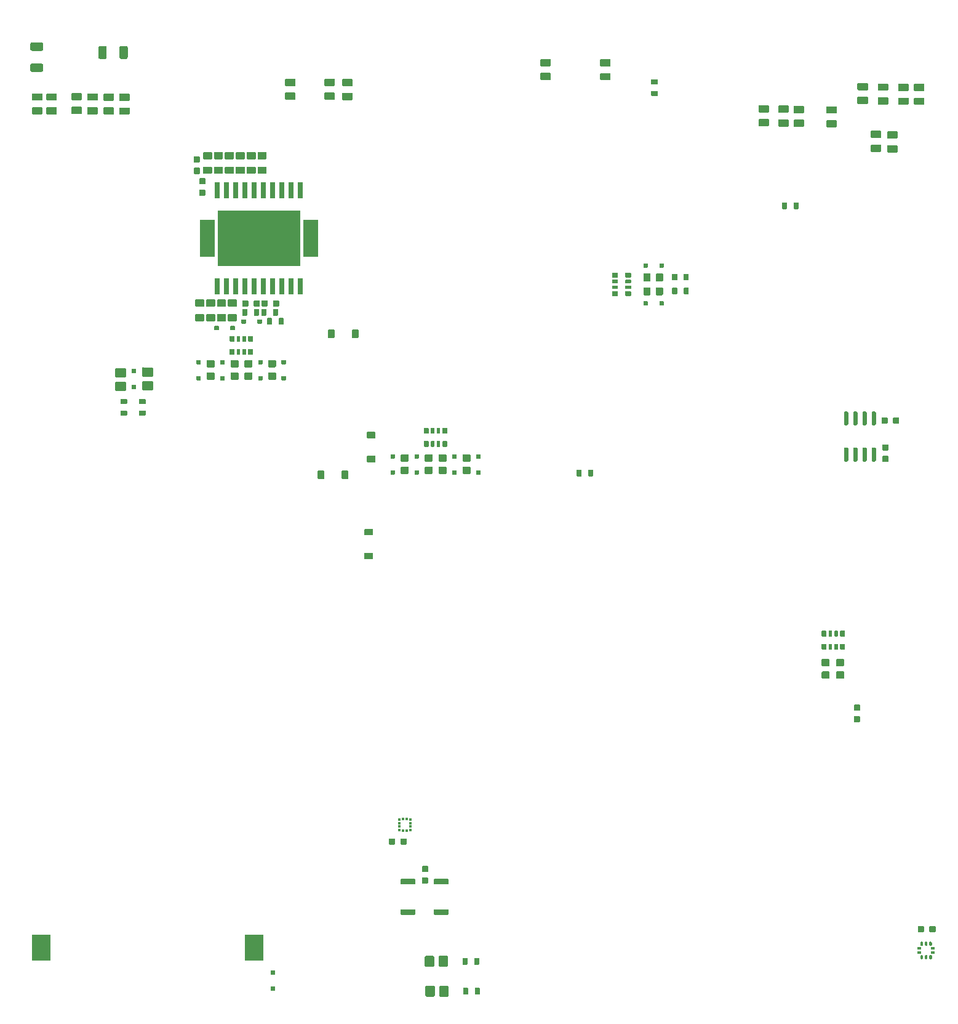
<source format=gtp>
G04 #@! TF.GenerationSoftware,KiCad,Pcbnew,(5.99.0-10559-g8513ca974c)*
G04 #@! TF.CreationDate,2021-11-01T12:15:16+02:00*
G04 #@! TF.ProjectId,hellen64_NA8_96,68656c6c-656e-4363-945f-4e41385f3936,a*
G04 #@! TF.SameCoordinates,PX141ef50PYa2cc1bc*
G04 #@! TF.FileFunction,Paste,Top*
G04 #@! TF.FilePolarity,Positive*
%FSLAX46Y46*%
G04 Gerber Fmt 4.6, Leading zero omitted, Abs format (unit mm)*
G04 Created by KiCad (PCBNEW (5.99.0-10559-g8513ca974c)) date 2021-11-01 12:15:16*
%MOMM*%
%LPD*%
G01*
G04 APERTURE LIST*
%ADD10O,0.000001X0.000001*%
%ADD11R,0.375000X0.350000*%
%ADD12R,0.350000X0.375000*%
%ADD13R,2.600000X3.600000*%
%ADD14R,0.800000X2.200000*%
%ADD15R,2.032000X5.080000*%
%ADD16R,11.430000X7.620000*%
G04 APERTURE END LIST*
D10*
G04 #@! TO.C,M4*
X89968539Y5845064D03*
X82218547Y19395047D03*
X82988541Y4570030D03*
G04 #@! TD*
G04 #@! TO.C,R32*
G36*
G01*
X48649428Y128280339D02*
X47399428Y128280339D01*
G75*
G02*
X47299428Y128380339I0J100000D01*
G01*
X47299428Y129180339D01*
G75*
G02*
X47399428Y129280339I100000J0D01*
G01*
X48649428Y129280339D01*
G75*
G02*
X48749428Y129180339I0J-100000D01*
G01*
X48749428Y128380339D01*
G75*
G02*
X48649428Y128280339I-100000J0D01*
G01*
G37*
G36*
G01*
X48649428Y130180361D02*
X47399428Y130180361D01*
G75*
G02*
X47299428Y130280361I0J100000D01*
G01*
X47299428Y131080361D01*
G75*
G02*
X47399428Y131180361I100000J0D01*
G01*
X48649428Y131180361D01*
G75*
G02*
X48749428Y131080361I0J-100000D01*
G01*
X48749428Y130280361D01*
G75*
G02*
X48649428Y130180361I-100000J0D01*
G01*
G37*
G04 #@! TD*
G04 #@! TO.C,R2*
G36*
G01*
X24710000Y87162500D02*
X25490000Y87162500D01*
G75*
G02*
X25560000Y87092500I0J-70000D01*
G01*
X25560000Y86532500D01*
G75*
G02*
X25490000Y86462500I-70000J0D01*
G01*
X24710000Y86462500D01*
G75*
G02*
X24640000Y86532500I0J70000D01*
G01*
X24640000Y87092500D01*
G75*
G02*
X24710000Y87162500I70000J0D01*
G01*
G37*
G36*
G01*
X24710000Y85562500D02*
X25490000Y85562500D01*
G75*
G02*
X25560000Y85492500I0J-70000D01*
G01*
X25560000Y84932500D01*
G75*
G02*
X25490000Y84862500I-70000J0D01*
G01*
X24710000Y84862500D01*
G75*
G02*
X24640000Y84932500I0J70000D01*
G01*
X24640000Y85492500D01*
G75*
G02*
X24710000Y85562500I70000J0D01*
G01*
G37*
G04 #@! TD*
G04 #@! TO.C,R4*
G36*
G01*
X115676680Y113340340D02*
X115676680Y114120340D01*
G75*
G02*
X115746680Y114190340I70000J0D01*
G01*
X116306680Y114190340D01*
G75*
G02*
X116376680Y114120340I0J-70000D01*
G01*
X116376680Y113340340D01*
G75*
G02*
X116306680Y113270340I-70000J0D01*
G01*
X115746680Y113270340D01*
G75*
G02*
X115676680Y113340340I0J70000D01*
G01*
G37*
G36*
G01*
X117276680Y113340340D02*
X117276680Y114120340D01*
G75*
G02*
X117346680Y114190340I70000J0D01*
G01*
X117906680Y114190340D01*
G75*
G02*
X117976680Y114120340I0J-70000D01*
G01*
X117976680Y113340340D01*
G75*
G02*
X117906680Y113270340I-70000J0D01*
G01*
X117346680Y113270340D01*
G75*
G02*
X117276680Y113340340I0J70000D01*
G01*
G37*
G04 #@! TD*
G04 #@! TO.C,C3*
G36*
G01*
X61596678Y25965340D02*
X61596678Y26645340D01*
G75*
G02*
X61681678Y26730340I85000J0D01*
G01*
X62361678Y26730340D01*
G75*
G02*
X62446678Y26645340I0J-85000D01*
G01*
X62446678Y25965340D01*
G75*
G02*
X62361678Y25880340I-85000J0D01*
G01*
X61681678Y25880340D01*
G75*
G02*
X61596678Y25965340I0J85000D01*
G01*
G37*
G36*
G01*
X63176680Y25965340D02*
X63176680Y26645340D01*
G75*
G02*
X63261680Y26730340I85000J0D01*
G01*
X63941680Y26730340D01*
G75*
G02*
X64026680Y26645340I0J-85000D01*
G01*
X64026680Y25965340D01*
G75*
G02*
X63941680Y25880340I-85000J0D01*
G01*
X63261680Y25880340D01*
G75*
G02*
X63176680Y25965340I0J85000D01*
G01*
G37*
G04 #@! TD*
G04 #@! TO.C,R9*
G36*
G01*
X44026680Y98690340D02*
X44026680Y99470340D01*
G75*
G02*
X44096680Y99540340I70000J0D01*
G01*
X44656680Y99540340D01*
G75*
G02*
X44726680Y99470340I0J-70000D01*
G01*
X44726680Y98690340D01*
G75*
G02*
X44656680Y98620340I-70000J0D01*
G01*
X44096680Y98620340D01*
G75*
G02*
X44026680Y98690340I0J70000D01*
G01*
G37*
G36*
G01*
X45626680Y98690340D02*
X45626680Y99470340D01*
G75*
G02*
X45696680Y99540340I70000J0D01*
G01*
X46256680Y99540340D01*
G75*
G02*
X46326680Y99470340I0J-70000D01*
G01*
X46326680Y98690340D01*
G75*
G02*
X46256680Y98620340I-70000J0D01*
G01*
X45696680Y98620340D01*
G75*
G02*
X45626680Y98690340I0J70000D01*
G01*
G37*
G04 #@! TD*
G04 #@! TO.C,R21*
G36*
G01*
X56501680Y128255318D02*
X55251680Y128255318D01*
G75*
G02*
X55151680Y128355318I0J100000D01*
G01*
X55151680Y129155318D01*
G75*
G02*
X55251680Y129255318I100000J0D01*
G01*
X56501680Y129255318D01*
G75*
G02*
X56601680Y129155318I0J-100000D01*
G01*
X56601680Y128355318D01*
G75*
G02*
X56501680Y128255318I-100000J0D01*
G01*
G37*
G36*
G01*
X56501680Y130155340D02*
X55251680Y130155340D01*
G75*
G02*
X55151680Y130255340I0J100000D01*
G01*
X55151680Y131055340D01*
G75*
G02*
X55251680Y131155340I100000J0D01*
G01*
X56501680Y131155340D01*
G75*
G02*
X56601680Y131055340I0J-100000D01*
G01*
X56601680Y130255340D01*
G75*
G02*
X56501680Y130155340I-100000J0D01*
G01*
G37*
G04 #@! TD*
G04 #@! TO.C,M5*
X57244999Y68321715D03*
G04 #@! TD*
G04 #@! TO.C,D1*
G36*
G01*
X67906019Y6350340D02*
X67906019Y5110340D01*
G75*
G02*
X67776019Y4980340I-130000J0D01*
G01*
X66736019Y4980340D01*
G75*
G02*
X66606019Y5110340I0J130000D01*
G01*
X66606019Y6350340D01*
G75*
G02*
X66736019Y6480340I130000J0D01*
G01*
X67776019Y6480340D01*
G75*
G02*
X67906019Y6350340I0J-130000D01*
G01*
G37*
G36*
G01*
X69806040Y6350340D02*
X69806040Y5110340D01*
G75*
G02*
X69676040Y4980340I-130000J0D01*
G01*
X68636040Y4980340D01*
G75*
G02*
X68506040Y5110340I0J130000D01*
G01*
X68506040Y6350340D01*
G75*
G02*
X68636040Y6480340I130000J0D01*
G01*
X69676040Y6480340D01*
G75*
G02*
X69806040Y6350340I0J-130000D01*
G01*
G37*
G04 #@! TD*
G04 #@! TO.C,R48*
G36*
G01*
X113801680Y124655339D02*
X112551680Y124655339D01*
G75*
G02*
X112451680Y124755339I0J100000D01*
G01*
X112451680Y125555339D01*
G75*
G02*
X112551680Y125655339I100000J0D01*
G01*
X113801680Y125655339D01*
G75*
G02*
X113901680Y125555339I0J-100000D01*
G01*
X113901680Y124755339D01*
G75*
G02*
X113801680Y124655339I-100000J0D01*
G01*
G37*
G36*
G01*
X113801680Y126555361D02*
X112551680Y126555361D01*
G75*
G02*
X112451680Y126655361I0J100000D01*
G01*
X112451680Y127455361D01*
G75*
G02*
X112551680Y127555361I100000J0D01*
G01*
X113801680Y127555361D01*
G75*
G02*
X113901680Y127455361I0J-100000D01*
G01*
X113901680Y126655361D01*
G75*
G02*
X113801680Y126555361I-100000J0D01*
G01*
G37*
G04 #@! TD*
G04 #@! TO.C,D15*
G36*
G01*
X62411889Y79496090D02*
X62411889Y79016090D01*
G75*
G02*
X62351889Y78956090I-60000J0D01*
G01*
X61871889Y78956090D01*
G75*
G02*
X61811889Y79016090I0J60000D01*
G01*
X61811889Y79496090D01*
G75*
G02*
X61871889Y79556090I60000J0D01*
G01*
X62351889Y79556090D01*
G75*
G02*
X62411889Y79496090I0J-60000D01*
G01*
G37*
G36*
G01*
X62411889Y77296090D02*
X62411889Y76816090D01*
G75*
G02*
X62351889Y76756090I-60000J0D01*
G01*
X61871889Y76756090D01*
G75*
G02*
X61811889Y76816090I0J60000D01*
G01*
X61811889Y77296090D01*
G75*
G02*
X61871889Y77356090I60000J0D01*
G01*
X62351889Y77356090D01*
G75*
G02*
X62411889Y77296090I0J-60000D01*
G01*
G37*
G04 #@! TD*
G04 #@! TO.C,C7*
G36*
G01*
X34790197Y120526785D02*
X35470197Y120526785D01*
G75*
G02*
X35555197Y120441785I0J-85000D01*
G01*
X35555197Y119761785D01*
G75*
G02*
X35470197Y119676785I-85000J0D01*
G01*
X34790197Y119676785D01*
G75*
G02*
X34705197Y119761785I0J85000D01*
G01*
X34705197Y120441785D01*
G75*
G02*
X34790197Y120526785I85000J0D01*
G01*
G37*
G36*
G01*
X34790197Y118946783D02*
X35470197Y118946783D01*
G75*
G02*
X35555197Y118861783I0J-85000D01*
G01*
X35555197Y118181783D01*
G75*
G02*
X35470197Y118096783I-85000J0D01*
G01*
X34790197Y118096783D01*
G75*
G02*
X34705197Y118181783I0J85000D01*
G01*
X34705197Y118861783D01*
G75*
G02*
X34790197Y118946783I85000J0D01*
G01*
G37*
G04 #@! TD*
G04 #@! TO.C,C1*
G36*
G01*
X66211680Y22945341D02*
X66891680Y22945341D01*
G75*
G02*
X66976680Y22860341I0J-85000D01*
G01*
X66976680Y22180341D01*
G75*
G02*
X66891680Y22095341I-85000J0D01*
G01*
X66211680Y22095341D01*
G75*
G02*
X66126680Y22180341I0J85000D01*
G01*
X66126680Y22860341D01*
G75*
G02*
X66211680Y22945341I85000J0D01*
G01*
G37*
G36*
G01*
X66211680Y21365339D02*
X66891680Y21365339D01*
G75*
G02*
X66976680Y21280339I0J-85000D01*
G01*
X66976680Y20600339D01*
G75*
G02*
X66891680Y20515339I-85000J0D01*
G01*
X66211680Y20515339D01*
G75*
G02*
X66126680Y20600339I0J85000D01*
G01*
X66126680Y21280339D01*
G75*
G02*
X66211680Y21365339I85000J0D01*
G01*
G37*
G04 #@! TD*
G04 #@! TO.C,S1*
G36*
G01*
X63281680Y21205341D02*
X65121680Y21205341D01*
G75*
G02*
X65201680Y21125341I0J-80000D01*
G01*
X65201680Y20485341D01*
G75*
G02*
X65121680Y20405341I-80000J0D01*
G01*
X63281680Y20405341D01*
G75*
G02*
X63201680Y20485341I0J80000D01*
G01*
X63201680Y21125341D01*
G75*
G02*
X63281680Y21205341I80000J0D01*
G01*
G37*
G36*
G01*
X63281680Y17005340D02*
X65121680Y17005340D01*
G75*
G02*
X65201680Y16925340I0J-80000D01*
G01*
X65201680Y16285340D01*
G75*
G02*
X65121680Y16205340I-80000J0D01*
G01*
X63281680Y16205340D01*
G75*
G02*
X63201680Y16285340I0J80000D01*
G01*
X63201680Y16925340D01*
G75*
G02*
X63281680Y17005340I80000J0D01*
G01*
G37*
G04 #@! TD*
G04 #@! TO.C,D6*
G36*
G01*
X71811891Y79556089D02*
X72711891Y79556089D01*
G75*
G02*
X72811891Y79456089I0J-100000D01*
G01*
X72811891Y78656089D01*
G75*
G02*
X72711891Y78556089I-100000J0D01*
G01*
X71811891Y78556089D01*
G75*
G02*
X71711891Y78656089I0J100000D01*
G01*
X71711891Y79456089D01*
G75*
G02*
X71811891Y79556089I100000J0D01*
G01*
G37*
G36*
G01*
X71811891Y77856089D02*
X72711891Y77856089D01*
G75*
G02*
X72811891Y77756089I0J-100000D01*
G01*
X72811891Y76956089D01*
G75*
G02*
X72711891Y76856089I-100000J0D01*
G01*
X71811891Y76856089D01*
G75*
G02*
X71711891Y76956089I0J100000D01*
G01*
X71711891Y77756089D01*
G75*
G02*
X71811891Y77856089I100000J0D01*
G01*
G37*
G04 #@! TD*
G04 #@! TO.C,C4*
G36*
G01*
X131806682Y84545340D02*
X131806682Y83865340D01*
G75*
G02*
X131721682Y83780340I-85000J0D01*
G01*
X131041682Y83780340D01*
G75*
G02*
X130956682Y83865340I0J85000D01*
G01*
X130956682Y84545340D01*
G75*
G02*
X131041682Y84630340I85000J0D01*
G01*
X131721682Y84630340D01*
G75*
G02*
X131806682Y84545340I0J-85000D01*
G01*
G37*
G36*
G01*
X130226680Y84545340D02*
X130226680Y83865340D01*
G75*
G02*
X130141680Y83780340I-85000J0D01*
G01*
X129461680Y83780340D01*
G75*
G02*
X129376680Y83865340I0J85000D01*
G01*
X129376680Y84545340D01*
G75*
G02*
X129461680Y84630340I85000J0D01*
G01*
X130141680Y84630340D01*
G75*
G02*
X130226680Y84545340I0J-85000D01*
G01*
G37*
G04 #@! TD*
G04 #@! TO.C,R24*
G36*
G01*
X116501680Y124605339D02*
X115251680Y124605339D01*
G75*
G02*
X115151680Y124705339I0J100000D01*
G01*
X115151680Y125505339D01*
G75*
G02*
X115251680Y125605339I100000J0D01*
G01*
X116501680Y125605339D01*
G75*
G02*
X116601680Y125505339I0J-100000D01*
G01*
X116601680Y124705339D01*
G75*
G02*
X116501680Y124605339I-100000J0D01*
G01*
G37*
G36*
G01*
X116501680Y126505361D02*
X115251680Y126505361D01*
G75*
G02*
X115151680Y126605361I0J100000D01*
G01*
X115151680Y127405361D01*
G75*
G02*
X115251680Y127505361I100000J0D01*
G01*
X116501680Y127505361D01*
G75*
G02*
X116601680Y127405361I0J-100000D01*
G01*
X116601680Y126605361D01*
G75*
G02*
X116501680Y126505361I-100000J0D01*
G01*
G37*
G04 #@! TD*
G04 #@! TO.C,D28*
G36*
G01*
X55996680Y77215340D02*
X55996680Y76195340D01*
G75*
G02*
X55906680Y76105340I-90000J0D01*
G01*
X55186680Y76105340D01*
G75*
G02*
X55096680Y76195340I0J90000D01*
G01*
X55096680Y77215340D01*
G75*
G02*
X55186680Y77305340I90000J0D01*
G01*
X55906680Y77305340D01*
G75*
G02*
X55996680Y77215340I0J-90000D01*
G01*
G37*
G36*
G01*
X52696680Y77215340D02*
X52696680Y76195340D01*
G75*
G02*
X52606680Y76105340I-90000J0D01*
G01*
X51886680Y76105340D01*
G75*
G02*
X51796680Y76195340I0J90000D01*
G01*
X51796680Y77215340D01*
G75*
G02*
X51886680Y77305340I90000J0D01*
G01*
X52606680Y77305340D01*
G75*
G02*
X52696680Y77215340I0J-90000D01*
G01*
G37*
G04 #@! TD*
G04 #@! TO.C,D12*
G36*
G01*
X74199386Y79494591D02*
X74199386Y79014591D01*
G75*
G02*
X74139386Y78954591I-60000J0D01*
G01*
X73659386Y78954591D01*
G75*
G02*
X73599386Y79014591I0J60000D01*
G01*
X73599386Y79494591D01*
G75*
G02*
X73659386Y79554591I60000J0D01*
G01*
X74139386Y79554591D01*
G75*
G02*
X74199386Y79494591I0J-60000D01*
G01*
G37*
G36*
G01*
X74199386Y77294591D02*
X74199386Y76814591D01*
G75*
G02*
X74139386Y76754591I-60000J0D01*
G01*
X73659386Y76754591D01*
G75*
G02*
X73599386Y76814591I0J60000D01*
G01*
X73599386Y77294591D01*
G75*
G02*
X73659386Y77354591I60000J0D01*
G01*
X74139386Y77354591D01*
G75*
G02*
X74199386Y77294591I0J-60000D01*
G01*
G37*
G04 #@! TD*
G04 #@! TO.C,R42*
G36*
G01*
X13826680Y126280339D02*
X12576680Y126280339D01*
G75*
G02*
X12476680Y126380339I0J100000D01*
G01*
X12476680Y127180339D01*
G75*
G02*
X12576680Y127280339I100000J0D01*
G01*
X13826680Y127280339D01*
G75*
G02*
X13926680Y127180339I0J-100000D01*
G01*
X13926680Y126380339D01*
G75*
G02*
X13826680Y126280339I-100000J0D01*
G01*
G37*
G36*
G01*
X13826680Y128180361D02*
X12576680Y128180361D01*
G75*
G02*
X12476680Y128280361I0J100000D01*
G01*
X12476680Y129080361D01*
G75*
G02*
X12576680Y129180361I100000J0D01*
G01*
X13826680Y129180361D01*
G75*
G02*
X13926680Y129080361I0J-100000D01*
G01*
X13926680Y128280361D01*
G75*
G02*
X13826680Y128180361I-100000J0D01*
G01*
G37*
G04 #@! TD*
G04 #@! TO.C,D22*
G36*
G01*
X38989177Y92443841D02*
X38989177Y91963841D01*
G75*
G02*
X38929177Y91903841I-60000J0D01*
G01*
X38449177Y91903841D01*
G75*
G02*
X38389177Y91963841I0J60000D01*
G01*
X38389177Y92443841D01*
G75*
G02*
X38449177Y92503841I60000J0D01*
G01*
X38929177Y92503841D01*
G75*
G02*
X38989177Y92443841I0J-60000D01*
G01*
G37*
G36*
G01*
X38989177Y90243841D02*
X38989177Y89763841D01*
G75*
G02*
X38929177Y89703841I-60000J0D01*
G01*
X38449177Y89703841D01*
G75*
G02*
X38389177Y89763841I0J60000D01*
G01*
X38389177Y90243841D01*
G75*
G02*
X38449177Y90303841I60000J0D01*
G01*
X38929177Y90303841D01*
G75*
G02*
X38989177Y90243841I0J-60000D01*
G01*
G37*
G04 #@! TD*
G04 #@! TO.C,D11*
G36*
G01*
X28995000Y90212521D02*
X27755000Y90212521D01*
G75*
G02*
X27625000Y90342521I0J130000D01*
G01*
X27625000Y91382521D01*
G75*
G02*
X27755000Y91512521I130000J0D01*
G01*
X28995000Y91512521D01*
G75*
G02*
X29125000Y91382521I0J-130000D01*
G01*
X29125000Y90342521D01*
G75*
G02*
X28995000Y90212521I-130000J0D01*
G01*
G37*
G36*
G01*
X28995000Y88312500D02*
X27755000Y88312500D01*
G75*
G02*
X27625000Y88442500I0J130000D01*
G01*
X27625000Y89482500D01*
G75*
G02*
X27755000Y89612500I130000J0D01*
G01*
X28995000Y89612500D01*
G75*
G02*
X29125000Y89482500I0J-130000D01*
G01*
X29125000Y88442500D01*
G75*
G02*
X28995000Y88312500I-130000J0D01*
G01*
G37*
G04 #@! TD*
G04 #@! TO.C,C17*
G36*
G01*
X39526680Y100830340D02*
X40576680Y100830340D01*
G75*
G02*
X40676680Y100730340I0J-100000D01*
G01*
X40676680Y99930340D01*
G75*
G02*
X40576680Y99830340I-100000J0D01*
G01*
X39526680Y99830340D01*
G75*
G02*
X39426680Y99930340I0J100000D01*
G01*
X39426680Y100730340D01*
G75*
G02*
X39526680Y100830340I100000J0D01*
G01*
G37*
G36*
G01*
X39526680Y98830340D02*
X40576680Y98830340D01*
G75*
G02*
X40676680Y98730340I0J-100000D01*
G01*
X40676680Y97930340D01*
G75*
G02*
X40576680Y97830340I-100000J0D01*
G01*
X39526680Y97830340D01*
G75*
G02*
X39426680Y97930340I0J100000D01*
G01*
X39426680Y98730340D01*
G75*
G02*
X39526680Y98830340I100000J0D01*
G01*
G37*
G04 #@! TD*
G04 #@! TO.C,R11*
G36*
G01*
X98516680Y128805340D02*
X97736680Y128805340D01*
G75*
G02*
X97666680Y128875340I0J70000D01*
G01*
X97666680Y129435340D01*
G75*
G02*
X97736680Y129505340I70000J0D01*
G01*
X98516680Y129505340D01*
G75*
G02*
X98586680Y129435340I0J-70000D01*
G01*
X98586680Y128875340D01*
G75*
G02*
X98516680Y128805340I-70000J0D01*
G01*
G37*
G36*
G01*
X98516680Y130405340D02*
X97736680Y130405340D01*
G75*
G02*
X97666680Y130475340I0J70000D01*
G01*
X97666680Y131035340D01*
G75*
G02*
X97736680Y131105340I70000J0D01*
G01*
X98516680Y131105340D01*
G75*
G02*
X98586680Y131035340I0J-70000D01*
G01*
X98586680Y130475340D01*
G75*
G02*
X98516680Y130405340I-70000J0D01*
G01*
G37*
G04 #@! TD*
G04 #@! TO.C,R6*
G36*
G01*
X69601680Y83115340D02*
X69601680Y82445340D01*
G75*
G02*
X69536680Y82380340I-65000J0D01*
G01*
X69016680Y82380340D01*
G75*
G02*
X68951680Y82445340I0J65000D01*
G01*
X68951680Y83115340D01*
G75*
G02*
X69016680Y83180340I65000J0D01*
G01*
X69536680Y83180340D01*
G75*
G02*
X69601680Y83115340I0J-65000D01*
G01*
G37*
G36*
G01*
X68626680Y83135340D02*
X68626680Y82425340D01*
G75*
G02*
X68581680Y82380340I-45000J0D01*
G01*
X68221680Y82380340D01*
G75*
G02*
X68176680Y82425340I0J45000D01*
G01*
X68176680Y83135340D01*
G75*
G02*
X68221680Y83180340I45000J0D01*
G01*
X68581680Y83180340D01*
G75*
G02*
X68626680Y83135340I0J-45000D01*
G01*
G37*
G36*
G01*
X67826680Y83135340D02*
X67826680Y82425340D01*
G75*
G02*
X67781680Y82380340I-45000J0D01*
G01*
X67421680Y82380340D01*
G75*
G02*
X67376680Y82425340I0J45000D01*
G01*
X67376680Y83135340D01*
G75*
G02*
X67421680Y83180340I45000J0D01*
G01*
X67781680Y83180340D01*
G75*
G02*
X67826680Y83135340I0J-45000D01*
G01*
G37*
G36*
G01*
X67051680Y83115340D02*
X67051680Y82445340D01*
G75*
G02*
X66986680Y82380340I-65000J0D01*
G01*
X66466680Y82380340D01*
G75*
G02*
X66401680Y82445340I0J65000D01*
G01*
X66401680Y83115340D01*
G75*
G02*
X66466680Y83180340I65000J0D01*
G01*
X66986680Y83180340D01*
G75*
G02*
X67051680Y83115340I0J-65000D01*
G01*
G37*
G36*
G01*
X67051680Y81315340D02*
X67051680Y80645340D01*
G75*
G02*
X66986680Y80580340I-65000J0D01*
G01*
X66466680Y80580340D01*
G75*
G02*
X66401680Y80645340I0J65000D01*
G01*
X66401680Y81315340D01*
G75*
G02*
X66466680Y81380340I65000J0D01*
G01*
X66986680Y81380340D01*
G75*
G02*
X67051680Y81315340I0J-65000D01*
G01*
G37*
G36*
G01*
X67826680Y81335340D02*
X67826680Y80625340D01*
G75*
G02*
X67781680Y80580340I-45000J0D01*
G01*
X67421680Y80580340D01*
G75*
G02*
X67376680Y80625340I0J45000D01*
G01*
X67376680Y81335340D01*
G75*
G02*
X67421680Y81380340I45000J0D01*
G01*
X67781680Y81380340D01*
G75*
G02*
X67826680Y81335340I0J-45000D01*
G01*
G37*
G36*
G01*
X68626680Y81335340D02*
X68626680Y80625340D01*
G75*
G02*
X68581680Y80580340I-45000J0D01*
G01*
X68221680Y80580340D01*
G75*
G02*
X68176680Y80625340I0J45000D01*
G01*
X68176680Y81335340D01*
G75*
G02*
X68221680Y81380340I45000J0D01*
G01*
X68581680Y81380340D01*
G75*
G02*
X68626680Y81335340I0J-45000D01*
G01*
G37*
G36*
G01*
X69601680Y81315340D02*
X69601680Y80645340D01*
G75*
G02*
X69536680Y80580340I-65000J0D01*
G01*
X69016680Y80580340D01*
G75*
G02*
X68951680Y80645340I0J65000D01*
G01*
X68951680Y81315340D01*
G75*
G02*
X69016680Y81380340I65000J0D01*
G01*
X69536680Y81380340D01*
G75*
G02*
X69601680Y81315340I0J-65000D01*
G01*
G37*
G04 #@! TD*
G04 #@! TO.C,R43*
G36*
G01*
X54051680Y128280339D02*
X52801680Y128280339D01*
G75*
G02*
X52701680Y128380339I0J100000D01*
G01*
X52701680Y129180339D01*
G75*
G02*
X52801680Y129280339I100000J0D01*
G01*
X54051680Y129280339D01*
G75*
G02*
X54151680Y129180339I0J-100000D01*
G01*
X54151680Y128380339D01*
G75*
G02*
X54051680Y128280339I-100000J0D01*
G01*
G37*
G36*
G01*
X54051680Y130180361D02*
X52801680Y130180361D01*
G75*
G02*
X52701680Y130280361I0J100000D01*
G01*
X52701680Y131080361D01*
G75*
G02*
X52801680Y131180361I100000J0D01*
G01*
X54051680Y131180361D01*
G75*
G02*
X54151680Y131080361I0J-100000D01*
G01*
X54151680Y130280361D01*
G75*
G02*
X54051680Y130180361I-100000J0D01*
G01*
G37*
G04 #@! TD*
G04 #@! TO.C,D30*
G36*
G01*
X96662380Y100599897D02*
X97142380Y100599897D01*
G75*
G02*
X97202380Y100539897I0J-60000D01*
G01*
X97202380Y100059897D01*
G75*
G02*
X97142380Y99999897I-60000J0D01*
G01*
X96662380Y99999897D01*
G75*
G02*
X96602380Y100059897I0J60000D01*
G01*
X96602380Y100539897D01*
G75*
G02*
X96662380Y100599897I60000J0D01*
G01*
G37*
G36*
G01*
X98862380Y100599897D02*
X99342380Y100599897D01*
G75*
G02*
X99402380Y100539897I0J-60000D01*
G01*
X99402380Y100059897D01*
G75*
G02*
X99342380Y99999897I-60000J0D01*
G01*
X98862380Y99999897D01*
G75*
G02*
X98802380Y100059897I0J60000D01*
G01*
X98802380Y100539897D01*
G75*
G02*
X98862380Y100599897I60000J0D01*
G01*
G37*
G04 #@! TD*
G04 #@! TO.C,M8*
X58359046Y98199900D03*
G04 #@! TD*
G04 #@! TO.C,R17*
G36*
G01*
X131751680Y130496041D02*
X133001680Y130496041D01*
G75*
G02*
X133101680Y130396041I0J-100000D01*
G01*
X133101680Y129596041D01*
G75*
G02*
X133001680Y129496041I-100000J0D01*
G01*
X131751680Y129496041D01*
G75*
G02*
X131651680Y129596041I0J100000D01*
G01*
X131651680Y130396041D01*
G75*
G02*
X131751680Y130496041I100000J0D01*
G01*
G37*
G36*
G01*
X131751680Y128596019D02*
X133001680Y128596019D01*
G75*
G02*
X133101680Y128496019I0J-100000D01*
G01*
X133101680Y127696019D01*
G75*
G02*
X133001680Y127596019I-100000J0D01*
G01*
X131751680Y127596019D01*
G75*
G02*
X131651680Y127696019I0J100000D01*
G01*
X131651680Y128496019D01*
G75*
G02*
X131751680Y128596019I100000J0D01*
G01*
G37*
G04 #@! TD*
G04 #@! TO.C,R8*
G36*
G01*
X123126680Y124505339D02*
X121876680Y124505339D01*
G75*
G02*
X121776680Y124605339I0J100000D01*
G01*
X121776680Y125405339D01*
G75*
G02*
X121876680Y125505339I100000J0D01*
G01*
X123126680Y125505339D01*
G75*
G02*
X123226680Y125405339I0J-100000D01*
G01*
X123226680Y124605339D01*
G75*
G02*
X123126680Y124505339I-100000J0D01*
G01*
G37*
G36*
G01*
X123126680Y126405361D02*
X121876680Y126405361D01*
G75*
G02*
X121776680Y126505361I0J100000D01*
G01*
X121776680Y127305361D01*
G75*
G02*
X121876680Y127405361I100000J0D01*
G01*
X123126680Y127405361D01*
G75*
G02*
X123226680Y127305361I0J-100000D01*
G01*
X123226680Y126505361D01*
G75*
G02*
X123126680Y126405361I-100000J0D01*
G01*
G37*
G04 #@! TD*
G04 #@! TO.C,M13*
X104618539Y19553554D03*
G04 #@! TD*
G04 #@! TO.C,S2*
G36*
G01*
X67856680Y21205341D02*
X69696680Y21205341D01*
G75*
G02*
X69776680Y21125341I0J-80000D01*
G01*
X69776680Y20485341D01*
G75*
G02*
X69696680Y20405341I-80000J0D01*
G01*
X67856680Y20405341D01*
G75*
G02*
X67776680Y20485341I0J80000D01*
G01*
X67776680Y21125341D01*
G75*
G02*
X67856680Y21205341I80000J0D01*
G01*
G37*
G36*
G01*
X67856680Y17005340D02*
X69696680Y17005340D01*
G75*
G02*
X69776680Y16925340I0J-80000D01*
G01*
X69776680Y16285340D01*
G75*
G02*
X69696680Y16205340I-80000J0D01*
G01*
X67856680Y16205340D01*
G75*
G02*
X67776680Y16285340I0J80000D01*
G01*
X67776680Y16925340D01*
G75*
G02*
X67856680Y17005340I80000J0D01*
G01*
G37*
G04 #@! TD*
G04 #@! TO.C,R40*
G36*
G01*
X23666221Y126254437D02*
X22416221Y126254437D01*
G75*
G02*
X22316221Y126354437I0J100000D01*
G01*
X22316221Y127154437D01*
G75*
G02*
X22416221Y127254437I100000J0D01*
G01*
X23666221Y127254437D01*
G75*
G02*
X23766221Y127154437I0J-100000D01*
G01*
X23766221Y126354437D01*
G75*
G02*
X23666221Y126254437I-100000J0D01*
G01*
G37*
G36*
G01*
X23666221Y128154459D02*
X22416221Y128154459D01*
G75*
G02*
X22316221Y128254459I0J100000D01*
G01*
X22316221Y129054459D01*
G75*
G02*
X22416221Y129154459I100000J0D01*
G01*
X23666221Y129154459D01*
G75*
G02*
X23766221Y129054459I0J-100000D01*
G01*
X23766221Y128254459D01*
G75*
G02*
X23666221Y128154459I-100000J0D01*
G01*
G37*
G04 #@! TD*
G04 #@! TO.C,D23*
G36*
G01*
X35701680Y92445340D02*
X35701680Y91965340D01*
G75*
G02*
X35641680Y91905340I-60000J0D01*
G01*
X35161680Y91905340D01*
G75*
G02*
X35101680Y91965340I0J60000D01*
G01*
X35101680Y92445340D01*
G75*
G02*
X35161680Y92505340I60000J0D01*
G01*
X35641680Y92505340D01*
G75*
G02*
X35701680Y92445340I0J-60000D01*
G01*
G37*
G36*
G01*
X35701680Y90245340D02*
X35701680Y89765340D01*
G75*
G02*
X35641680Y89705340I-60000J0D01*
G01*
X35161680Y89705340D01*
G75*
G02*
X35101680Y89765340I0J60000D01*
G01*
X35101680Y90245340D01*
G75*
G02*
X35161680Y90305340I60000J0D01*
G01*
X35641680Y90305340D01*
G75*
G02*
X35701680Y90245340I0J-60000D01*
G01*
G37*
G04 #@! TD*
G04 #@! TO.C,D26*
G36*
G01*
X96602381Y103412402D02*
X96602381Y104312402D01*
G75*
G02*
X96702381Y104412402I100000J0D01*
G01*
X97502381Y104412402D01*
G75*
G02*
X97602381Y104312402I0J-100000D01*
G01*
X97602381Y103412402D01*
G75*
G02*
X97502381Y103312402I-100000J0D01*
G01*
X96702381Y103312402D01*
G75*
G02*
X96602381Y103412402I0J100000D01*
G01*
G37*
G36*
G01*
X98302381Y103412402D02*
X98302381Y104312402D01*
G75*
G02*
X98402381Y104412402I100000J0D01*
G01*
X99202381Y104412402D01*
G75*
G02*
X99302381Y104312402I0J-100000D01*
G01*
X99302381Y103412402D01*
G75*
G02*
X99202381Y103312402I-100000J0D01*
G01*
X98402381Y103312402D01*
G75*
G02*
X98302381Y103412402I0J100000D01*
G01*
G37*
G04 #@! TD*
G04 #@! TO.C,C16*
G36*
G01*
X43605197Y121111784D02*
X44655197Y121111784D01*
G75*
G02*
X44755197Y121011784I0J-100000D01*
G01*
X44755197Y120211784D01*
G75*
G02*
X44655197Y120111784I-100000J0D01*
G01*
X43605197Y120111784D01*
G75*
G02*
X43505197Y120211784I0J100000D01*
G01*
X43505197Y121011784D01*
G75*
G02*
X43605197Y121111784I100000J0D01*
G01*
G37*
G36*
G01*
X43605197Y119111784D02*
X44655197Y119111784D01*
G75*
G02*
X44755197Y119011784I0J-100000D01*
G01*
X44755197Y118211784D01*
G75*
G02*
X44655197Y118111784I-100000J0D01*
G01*
X43605197Y118111784D01*
G75*
G02*
X43505197Y118211784I0J100000D01*
G01*
X43505197Y119011784D01*
G75*
G02*
X43605197Y119111784I100000J0D01*
G01*
G37*
G04 #@! TD*
G04 #@! TO.C,R16*
G36*
G01*
X92367380Y104512400D02*
X93037380Y104512400D01*
G75*
G02*
X93102380Y104447400I0J-65000D01*
G01*
X93102380Y103927400D01*
G75*
G02*
X93037380Y103862400I-65000J0D01*
G01*
X92367380Y103862400D01*
G75*
G02*
X92302380Y103927400I0J65000D01*
G01*
X92302380Y104447400D01*
G75*
G02*
X92367380Y104512400I65000J0D01*
G01*
G37*
G36*
G01*
X92347380Y103537400D02*
X93057380Y103537400D01*
G75*
G02*
X93102380Y103492400I0J-45000D01*
G01*
X93102380Y103132400D01*
G75*
G02*
X93057380Y103087400I-45000J0D01*
G01*
X92347380Y103087400D01*
G75*
G02*
X92302380Y103132400I0J45000D01*
G01*
X92302380Y103492400D01*
G75*
G02*
X92347380Y103537400I45000J0D01*
G01*
G37*
G36*
G01*
X92347380Y102737400D02*
X93057380Y102737400D01*
G75*
G02*
X93102380Y102692400I0J-45000D01*
G01*
X93102380Y102332400D01*
G75*
G02*
X93057380Y102287400I-45000J0D01*
G01*
X92347380Y102287400D01*
G75*
G02*
X92302380Y102332400I0J45000D01*
G01*
X92302380Y102692400D01*
G75*
G02*
X92347380Y102737400I45000J0D01*
G01*
G37*
G36*
G01*
X92367380Y101962400D02*
X93037380Y101962400D01*
G75*
G02*
X93102380Y101897400I0J-65000D01*
G01*
X93102380Y101377400D01*
G75*
G02*
X93037380Y101312400I-65000J0D01*
G01*
X92367380Y101312400D01*
G75*
G02*
X92302380Y101377400I0J65000D01*
G01*
X92302380Y101897400D01*
G75*
G02*
X92367380Y101962400I65000J0D01*
G01*
G37*
G36*
G01*
X94167380Y101962400D02*
X94837380Y101962400D01*
G75*
G02*
X94902380Y101897400I0J-65000D01*
G01*
X94902380Y101377400D01*
G75*
G02*
X94837380Y101312400I-65000J0D01*
G01*
X94167380Y101312400D01*
G75*
G02*
X94102380Y101377400I0J65000D01*
G01*
X94102380Y101897400D01*
G75*
G02*
X94167380Y101962400I65000J0D01*
G01*
G37*
G36*
G01*
X94147380Y102737400D02*
X94857380Y102737400D01*
G75*
G02*
X94902380Y102692400I0J-45000D01*
G01*
X94902380Y102332400D01*
G75*
G02*
X94857380Y102287400I-45000J0D01*
G01*
X94147380Y102287400D01*
G75*
G02*
X94102380Y102332400I0J45000D01*
G01*
X94102380Y102692400D01*
G75*
G02*
X94147380Y102737400I45000J0D01*
G01*
G37*
G36*
G01*
X94147380Y103537400D02*
X94857380Y103537400D01*
G75*
G02*
X94902380Y103492400I0J-45000D01*
G01*
X94902380Y103132400D01*
G75*
G02*
X94857380Y103087400I-45000J0D01*
G01*
X94147380Y103087400D01*
G75*
G02*
X94102380Y103132400I0J45000D01*
G01*
X94102380Y103492400D01*
G75*
G02*
X94147380Y103537400I45000J0D01*
G01*
G37*
G36*
G01*
X94167380Y104512400D02*
X94837380Y104512400D01*
G75*
G02*
X94902380Y104447400I0J-65000D01*
G01*
X94902380Y103927400D01*
G75*
G02*
X94837380Y103862400I-65000J0D01*
G01*
X94167380Y103862400D01*
G75*
G02*
X94102380Y103927400I0J65000D01*
G01*
X94102380Y104447400D01*
G75*
G02*
X94167380Y104512400I65000J0D01*
G01*
G37*
G04 #@! TD*
G04 #@! TO.C,D9*
G36*
G01*
X63311891Y79556089D02*
X64211891Y79556089D01*
G75*
G02*
X64311891Y79456089I0J-100000D01*
G01*
X64311891Y78656089D01*
G75*
G02*
X64211891Y78556089I-100000J0D01*
G01*
X63311891Y78556089D01*
G75*
G02*
X63211891Y78656089I0J100000D01*
G01*
X63211891Y79456089D01*
G75*
G02*
X63311891Y79556089I100000J0D01*
G01*
G37*
G36*
G01*
X63311891Y77856089D02*
X64211891Y77856089D01*
G75*
G02*
X64311891Y77756089I0J-100000D01*
G01*
X64311891Y76956089D01*
G75*
G02*
X64211891Y76856089I-100000J0D01*
G01*
X63311891Y76856089D01*
G75*
G02*
X63211891Y76956089I0J100000D01*
G01*
X63211891Y77756089D01*
G75*
G02*
X63311891Y77856089I100000J0D01*
G01*
G37*
G04 #@! TD*
G04 #@! TO.C,D8*
G36*
G01*
X66611891Y79556089D02*
X67511891Y79556089D01*
G75*
G02*
X67611891Y79456089I0J-100000D01*
G01*
X67611891Y78656089D01*
G75*
G02*
X67511891Y78556089I-100000J0D01*
G01*
X66611891Y78556089D01*
G75*
G02*
X66511891Y78656089I0J100000D01*
G01*
X66511891Y79456089D01*
G75*
G02*
X66611891Y79556089I100000J0D01*
G01*
G37*
G36*
G01*
X66611891Y77856089D02*
X67511891Y77856089D01*
G75*
G02*
X67611891Y77756089I0J-100000D01*
G01*
X67611891Y76956089D01*
G75*
G02*
X67511891Y76856089I-100000J0D01*
G01*
X66611891Y76856089D01*
G75*
G02*
X66511891Y76956089I0J100000D01*
G01*
X66511891Y77756089D01*
G75*
G02*
X66611891Y77856089I100000J0D01*
G01*
G37*
G04 #@! TD*
G04 #@! TO.C,D14*
G36*
G01*
X65711889Y79496090D02*
X65711889Y79016090D01*
G75*
G02*
X65651889Y78956090I-60000J0D01*
G01*
X65171889Y78956090D01*
G75*
G02*
X65111889Y79016090I0J60000D01*
G01*
X65111889Y79496090D01*
G75*
G02*
X65171889Y79556090I60000J0D01*
G01*
X65651889Y79556090D01*
G75*
G02*
X65711889Y79496090I0J-60000D01*
G01*
G37*
G36*
G01*
X65711889Y77296090D02*
X65711889Y76816090D01*
G75*
G02*
X65651889Y76756090I-60000J0D01*
G01*
X65171889Y76756090D01*
G75*
G02*
X65111889Y76816090I0J60000D01*
G01*
X65111889Y77296090D01*
G75*
G02*
X65171889Y77356090I60000J0D01*
G01*
X65651889Y77356090D01*
G75*
G02*
X65711889Y77296090I0J-60000D01*
G01*
G37*
G04 #@! TD*
G04 #@! TO.C,C13*
G36*
G01*
X41655197Y118111784D02*
X40605197Y118111784D01*
G75*
G02*
X40505197Y118211784I0J100000D01*
G01*
X40505197Y119011784D01*
G75*
G02*
X40605197Y119111784I100000J0D01*
G01*
X41655197Y119111784D01*
G75*
G02*
X41755197Y119011784I0J-100000D01*
G01*
X41755197Y118211784D01*
G75*
G02*
X41655197Y118111784I-100000J0D01*
G01*
G37*
G36*
G01*
X41655197Y120111784D02*
X40605197Y120111784D01*
G75*
G02*
X40505197Y120211784I0J100000D01*
G01*
X40505197Y121011784D01*
G75*
G02*
X40605197Y121111784I100000J0D01*
G01*
X41655197Y121111784D01*
G75*
G02*
X41755197Y121011784I0J-100000D01*
G01*
X41755197Y120211784D01*
G75*
G02*
X41655197Y120111784I-100000J0D01*
G01*
G37*
G04 #@! TD*
G04 #@! TO.C,D29*
G36*
G01*
X96662380Y105812400D02*
X97142380Y105812400D01*
G75*
G02*
X97202380Y105752400I0J-60000D01*
G01*
X97202380Y105272400D01*
G75*
G02*
X97142380Y105212400I-60000J0D01*
G01*
X96662380Y105212400D01*
G75*
G02*
X96602380Y105272400I0J60000D01*
G01*
X96602380Y105752400D01*
G75*
G02*
X96662380Y105812400I60000J0D01*
G01*
G37*
G36*
G01*
X98862380Y105812400D02*
X99342380Y105812400D01*
G75*
G02*
X99402380Y105752400I0J-60000D01*
G01*
X99402380Y105272400D01*
G75*
G02*
X99342380Y105212400I-60000J0D01*
G01*
X98862380Y105212400D01*
G75*
G02*
X98802380Y105272400I0J60000D01*
G01*
X98802380Y105752400D01*
G75*
G02*
X98862380Y105812400I60000J0D01*
G01*
G37*
G04 #@! TD*
G04 #@! TO.C,R38*
G36*
G01*
X15801680Y126280339D02*
X14551680Y126280339D01*
G75*
G02*
X14451680Y126380339I0J100000D01*
G01*
X14451680Y127180339D01*
G75*
G02*
X14551680Y127280339I100000J0D01*
G01*
X15801680Y127280339D01*
G75*
G02*
X15901680Y127180339I0J-100000D01*
G01*
X15901680Y126380339D01*
G75*
G02*
X15801680Y126280339I-100000J0D01*
G01*
G37*
G36*
G01*
X15801680Y128180361D02*
X14551680Y128180361D01*
G75*
G02*
X14451680Y128280361I0J100000D01*
G01*
X14451680Y129080361D01*
G75*
G02*
X14551680Y129180361I100000J0D01*
G01*
X15801680Y129180361D01*
G75*
G02*
X15901680Y129080361I0J-100000D01*
G01*
X15901680Y128280361D01*
G75*
G02*
X15801680Y128180361I-100000J0D01*
G01*
G37*
G04 #@! TD*
G04 #@! TO.C,R44*
G36*
G01*
X130201680Y127630339D02*
X128951680Y127630339D01*
G75*
G02*
X128851680Y127730339I0J100000D01*
G01*
X128851680Y128530339D01*
G75*
G02*
X128951680Y128630339I100000J0D01*
G01*
X130201680Y128630339D01*
G75*
G02*
X130301680Y128530339I0J-100000D01*
G01*
X130301680Y127730339D01*
G75*
G02*
X130201680Y127630339I-100000J0D01*
G01*
G37*
G36*
G01*
X130201680Y129530361D02*
X128951680Y129530361D01*
G75*
G02*
X128851680Y129630361I0J100000D01*
G01*
X128851680Y130430361D01*
G75*
G02*
X128951680Y130530361I100000J0D01*
G01*
X130201680Y130530361D01*
G75*
G02*
X130301680Y130430361I0J-100000D01*
G01*
X130301680Y129630361D01*
G75*
G02*
X130201680Y129530361I-100000J0D01*
G01*
G37*
G04 #@! TD*
G04 #@! TO.C,C9*
G36*
G01*
X37155197Y118111784D02*
X36105197Y118111784D01*
G75*
G02*
X36005197Y118211784I0J100000D01*
G01*
X36005197Y119011784D01*
G75*
G02*
X36105197Y119111784I100000J0D01*
G01*
X37155197Y119111784D01*
G75*
G02*
X37255197Y119011784I0J-100000D01*
G01*
X37255197Y118211784D01*
G75*
G02*
X37155197Y118111784I-100000J0D01*
G01*
G37*
G36*
G01*
X37155197Y120111784D02*
X36105197Y120111784D01*
G75*
G02*
X36005197Y120211784I0J100000D01*
G01*
X36005197Y121011784D01*
G75*
G02*
X36105197Y121111784I100000J0D01*
G01*
X37155197Y121111784D01*
G75*
G02*
X37255197Y121011784I0J-100000D01*
G01*
X37255197Y120211784D01*
G75*
G02*
X37155197Y120111784I-100000J0D01*
G01*
G37*
G04 #@! TD*
G04 #@! TO.C,D16*
G36*
G01*
X45051680Y92512399D02*
X45951680Y92512399D01*
G75*
G02*
X46051680Y92412399I0J-100000D01*
G01*
X46051680Y91612399D01*
G75*
G02*
X45951680Y91512399I-100000J0D01*
G01*
X45051680Y91512399D01*
G75*
G02*
X44951680Y91612399I0J100000D01*
G01*
X44951680Y92412399D01*
G75*
G02*
X45051680Y92512399I100000J0D01*
G01*
G37*
G36*
G01*
X45051680Y90812399D02*
X45951680Y90812399D01*
G75*
G02*
X46051680Y90712399I0J-100000D01*
G01*
X46051680Y89912399D01*
G75*
G02*
X45951680Y89812399I-100000J0D01*
G01*
X45051680Y89812399D01*
G75*
G02*
X44951680Y89912399I0J100000D01*
G01*
X44951680Y90712399D01*
G75*
G02*
X45051680Y90812399I100000J0D01*
G01*
G37*
G04 #@! TD*
G04 #@! TO.C,R3*
G36*
G01*
X87401680Y76590340D02*
X87401680Y77370340D01*
G75*
G02*
X87471680Y77440340I70000J0D01*
G01*
X88031680Y77440340D01*
G75*
G02*
X88101680Y77370340I0J-70000D01*
G01*
X88101680Y76590340D01*
G75*
G02*
X88031680Y76520340I-70000J0D01*
G01*
X87471680Y76520340D01*
G75*
G02*
X87401680Y76590340I0J70000D01*
G01*
G37*
G36*
G01*
X89001680Y76590340D02*
X89001680Y77370340D01*
G75*
G02*
X89071680Y77440340I70000J0D01*
G01*
X89631680Y77440340D01*
G75*
G02*
X89701680Y77370340I0J-70000D01*
G01*
X89701680Y76590340D01*
G75*
G02*
X89631680Y76520340I-70000J0D01*
G01*
X89071680Y76520340D01*
G75*
G02*
X89001680Y76590340I0J70000D01*
G01*
G37*
G04 #@! TD*
G04 #@! TO.C,R10*
G36*
G01*
X43701680Y99445340D02*
X43701680Y98665340D01*
G75*
G02*
X43631680Y98595340I-70000J0D01*
G01*
X43071680Y98595340D01*
G75*
G02*
X43001680Y98665340I0J70000D01*
G01*
X43001680Y99445340D01*
G75*
G02*
X43071680Y99515340I70000J0D01*
G01*
X43631680Y99515340D01*
G75*
G02*
X43701680Y99445340I0J-70000D01*
G01*
G37*
G36*
G01*
X42101680Y99445340D02*
X42101680Y98665340D01*
G75*
G02*
X42031680Y98595340I-70000J0D01*
G01*
X41471680Y98595340D01*
G75*
G02*
X41401680Y98665340I0J70000D01*
G01*
X41401680Y99445340D01*
G75*
G02*
X41471680Y99515340I70000J0D01*
G01*
X42031680Y99515340D01*
G75*
G02*
X42101680Y99445340I0J-70000D01*
G01*
G37*
G04 #@! TD*
G04 #@! TO.C,D19*
G36*
G01*
X36601682Y92505339D02*
X37501682Y92505339D01*
G75*
G02*
X37601682Y92405339I0J-100000D01*
G01*
X37601682Y91605339D01*
G75*
G02*
X37501682Y91505339I-100000J0D01*
G01*
X36601682Y91505339D01*
G75*
G02*
X36501682Y91605339I0J100000D01*
G01*
X36501682Y92405339D01*
G75*
G02*
X36601682Y92505339I100000J0D01*
G01*
G37*
G36*
G01*
X36601682Y90805339D02*
X37501682Y90805339D01*
G75*
G02*
X37601682Y90705339I0J-100000D01*
G01*
X37601682Y89905339D01*
G75*
G02*
X37501682Y89805339I-100000J0D01*
G01*
X36601682Y89805339D01*
G75*
G02*
X36501682Y89905339I0J100000D01*
G01*
X36501682Y90705339D01*
G75*
G02*
X36601682Y90805339I100000J0D01*
G01*
G37*
G04 #@! TD*
G04 #@! TO.C,D21*
G36*
G01*
X44201680Y92445340D02*
X44201680Y91965340D01*
G75*
G02*
X44141680Y91905340I-60000J0D01*
G01*
X43661680Y91905340D01*
G75*
G02*
X43601680Y91965340I0J60000D01*
G01*
X43601680Y92445340D01*
G75*
G02*
X43661680Y92505340I60000J0D01*
G01*
X44141680Y92505340D01*
G75*
G02*
X44201680Y92445340I0J-60000D01*
G01*
G37*
G36*
G01*
X44201680Y90245340D02*
X44201680Y89765340D01*
G75*
G02*
X44141680Y89705340I-60000J0D01*
G01*
X43661680Y89705340D01*
G75*
G02*
X43601680Y89765340I0J60000D01*
G01*
X43601680Y90245340D01*
G75*
G02*
X43661680Y90305340I60000J0D01*
G01*
X44141680Y90305340D01*
G75*
G02*
X44201680Y90245340I0J-60000D01*
G01*
G37*
G04 #@! TD*
G04 #@! TO.C,R31*
G36*
G01*
X129251680Y121130339D02*
X128001680Y121130339D01*
G75*
G02*
X127901680Y121230339I0J100000D01*
G01*
X127901680Y122030339D01*
G75*
G02*
X128001680Y122130339I100000J0D01*
G01*
X129251680Y122130339D01*
G75*
G02*
X129351680Y122030339I0J-100000D01*
G01*
X129351680Y121230339D01*
G75*
G02*
X129251680Y121130339I-100000J0D01*
G01*
G37*
G36*
G01*
X129251680Y123030361D02*
X128001680Y123030361D01*
G75*
G02*
X127901680Y123130361I0J100000D01*
G01*
X127901680Y123930361D01*
G75*
G02*
X128001680Y124030361I100000J0D01*
G01*
X129251680Y124030361D01*
G75*
G02*
X129351680Y123930361I0J-100000D01*
G01*
X129351680Y123130361D01*
G75*
G02*
X129251680Y123030361I-100000J0D01*
G01*
G37*
G04 #@! TD*
D11*
G04 #@! TO.C,U1*
X64564180Y27855340D03*
X64564180Y28355340D03*
X64564180Y28855340D03*
X64564180Y29355340D03*
D12*
X64051680Y29367840D03*
X63551680Y29367840D03*
D11*
X63039180Y29355340D03*
X63039180Y28855340D03*
X63039180Y28355340D03*
X63039180Y27855340D03*
D12*
X63551680Y27842840D03*
X64051680Y27842840D03*
G04 #@! TD*
D13*
G04 #@! TO.C,BT1*
X43051680Y11705340D03*
X13751680Y11705340D03*
G04 #@! TD*
G04 #@! TO.C,R5*
G36*
G01*
X27260000Y87162500D02*
X28040000Y87162500D01*
G75*
G02*
X28110000Y87092500I0J-70000D01*
G01*
X28110000Y86532500D01*
G75*
G02*
X28040000Y86462500I-70000J0D01*
G01*
X27260000Y86462500D01*
G75*
G02*
X27190000Y86532500I0J70000D01*
G01*
X27190000Y87092500D01*
G75*
G02*
X27260000Y87162500I70000J0D01*
G01*
G37*
G36*
G01*
X27260000Y85562500D02*
X28040000Y85562500D01*
G75*
G02*
X28110000Y85492500I0J-70000D01*
G01*
X28110000Y84932500D01*
G75*
G02*
X28040000Y84862500I-70000J0D01*
G01*
X27260000Y84862500D01*
G75*
G02*
X27190000Y84932500I0J70000D01*
G01*
X27190000Y85492500D01*
G75*
G02*
X27260000Y85562500I70000J0D01*
G01*
G37*
G04 #@! TD*
G04 #@! TO.C,D2*
G36*
G01*
X67826659Y10450340D02*
X67826659Y9210340D01*
G75*
G02*
X67696659Y9080340I-130000J0D01*
G01*
X66656659Y9080340D01*
G75*
G02*
X66526659Y9210340I0J130000D01*
G01*
X66526659Y10450340D01*
G75*
G02*
X66656659Y10580340I130000J0D01*
G01*
X67696659Y10580340D01*
G75*
G02*
X67826659Y10450340I0J-130000D01*
G01*
G37*
G36*
G01*
X69726680Y10450340D02*
X69726680Y9210340D01*
G75*
G02*
X69596680Y9080340I-130000J0D01*
G01*
X68556680Y9080340D01*
G75*
G02*
X68426680Y9210340I0J130000D01*
G01*
X68426680Y10450340D01*
G75*
G02*
X68556680Y10580340I130000J0D01*
G01*
X69596680Y10580340D01*
G75*
G02*
X69726680Y10450340I0J-130000D01*
G01*
G37*
G04 #@! TD*
G04 #@! TO.C,D10*
G36*
G01*
X25284740Y90112522D02*
X24044740Y90112522D01*
G75*
G02*
X23914740Y90242522I0J130000D01*
G01*
X23914740Y91282522D01*
G75*
G02*
X24044740Y91412522I130000J0D01*
G01*
X25284740Y91412522D01*
G75*
G02*
X25414740Y91282522I0J-130000D01*
G01*
X25414740Y90242522D01*
G75*
G02*
X25284740Y90112522I-130000J0D01*
G01*
G37*
G36*
G01*
X25284740Y88212501D02*
X24044740Y88212501D01*
G75*
G02*
X23914740Y88342501I0J130000D01*
G01*
X23914740Y89382501D01*
G75*
G02*
X24044740Y89512501I130000J0D01*
G01*
X25284740Y89512501D01*
G75*
G02*
X25414740Y89382501I0J-130000D01*
G01*
X25414740Y88342501D01*
G75*
G02*
X25284740Y88212501I-130000J0D01*
G01*
G37*
G04 #@! TD*
D10*
G04 #@! TO.C,M10*
X19362887Y121058985D03*
X24865452Y120973784D03*
G36*
G01*
X29287884Y112233989D02*
X29287884Y112233989D01*
X29287884Y112233989D01*
X29287884Y112233989D01*
X29287884Y112233989D01*
G37*
X26287887Y111733980D03*
G04 #@! TD*
G04 #@! TO.C,D17*
G36*
G01*
X41801682Y92505339D02*
X42701682Y92505339D01*
G75*
G02*
X42801682Y92405339I0J-100000D01*
G01*
X42801682Y91605339D01*
G75*
G02*
X42701682Y91505339I-100000J0D01*
G01*
X41801682Y91505339D01*
G75*
G02*
X41701682Y91605339I0J100000D01*
G01*
X41701682Y92405339D01*
G75*
G02*
X41801682Y92505339I100000J0D01*
G01*
G37*
G36*
G01*
X41801682Y90805339D02*
X42701682Y90805339D01*
G75*
G02*
X42801682Y90705339I0J-100000D01*
G01*
X42801682Y89905339D01*
G75*
G02*
X42701682Y89805339I-100000J0D01*
G01*
X41801682Y89805339D01*
G75*
G02*
X41701682Y89905339I0J100000D01*
G01*
X41701682Y90705339D01*
G75*
G02*
X41801682Y90805339I100000J0D01*
G01*
G37*
G04 #@! TD*
G04 #@! TO.C,R19*
G36*
G01*
X47101680Y98220340D02*
X47101680Y97440340D01*
G75*
G02*
X47031680Y97370340I-70000J0D01*
G01*
X46471680Y97370340D01*
G75*
G02*
X46401680Y97440340I0J70000D01*
G01*
X46401680Y98220340D01*
G75*
G02*
X46471680Y98290340I70000J0D01*
G01*
X47031680Y98290340D01*
G75*
G02*
X47101680Y98220340I0J-70000D01*
G01*
G37*
G36*
G01*
X45501680Y98220340D02*
X45501680Y97440340D01*
G75*
G02*
X45431680Y97370340I-70000J0D01*
G01*
X44871680Y97370340D01*
G75*
G02*
X44801680Y97440340I0J70000D01*
G01*
X44801680Y98220340D01*
G75*
G02*
X44871680Y98290340I70000J0D01*
G01*
X45431680Y98290340D01*
G75*
G02*
X45501680Y98220340I0J-70000D01*
G01*
G37*
G04 #@! TD*
G04 #@! TO.C,D3*
G36*
G01*
X124130830Y48690850D02*
X123230830Y48690850D01*
G75*
G02*
X123130830Y48790850I0J100000D01*
G01*
X123130830Y49590850D01*
G75*
G02*
X123230830Y49690850I100000J0D01*
G01*
X124130830Y49690850D01*
G75*
G02*
X124230830Y49590850I0J-100000D01*
G01*
X124230830Y48790850D01*
G75*
G02*
X124130830Y48690850I-100000J0D01*
G01*
G37*
G36*
G01*
X124130830Y50390850D02*
X123230830Y50390850D01*
G75*
G02*
X123130830Y50490850I0J100000D01*
G01*
X123130830Y51290850D01*
G75*
G02*
X123230830Y51390850I100000J0D01*
G01*
X124130830Y51390850D01*
G75*
G02*
X124230830Y51290850I0J-100000D01*
G01*
X124230830Y50490850D01*
G75*
G02*
X124130830Y50390850I-100000J0D01*
G01*
G37*
G04 #@! TD*
G04 #@! TO.C,U3*
G36*
G01*
X128156680Y85455340D02*
X128456680Y85455340D01*
G75*
G02*
X128606680Y85305340I0J-150000D01*
G01*
X128606680Y83655340D01*
G75*
G02*
X128456680Y83505340I-150000J0D01*
G01*
X128156680Y83505340D01*
G75*
G02*
X128006680Y83655340I0J150000D01*
G01*
X128006680Y85305340D01*
G75*
G02*
X128156680Y85455340I150000J0D01*
G01*
G37*
G36*
G01*
X126886680Y85455340D02*
X127186680Y85455340D01*
G75*
G02*
X127336680Y85305340I0J-150000D01*
G01*
X127336680Y83655340D01*
G75*
G02*
X127186680Y83505340I-150000J0D01*
G01*
X126886680Y83505340D01*
G75*
G02*
X126736680Y83655340I0J150000D01*
G01*
X126736680Y85305340D01*
G75*
G02*
X126886680Y85455340I150000J0D01*
G01*
G37*
G36*
G01*
X125616680Y85455340D02*
X125916680Y85455340D01*
G75*
G02*
X126066680Y85305340I0J-150000D01*
G01*
X126066680Y83655340D01*
G75*
G02*
X125916680Y83505340I-150000J0D01*
G01*
X125616680Y83505340D01*
G75*
G02*
X125466680Y83655340I0J150000D01*
G01*
X125466680Y85305340D01*
G75*
G02*
X125616680Y85455340I150000J0D01*
G01*
G37*
G36*
G01*
X124346680Y85455340D02*
X124646680Y85455340D01*
G75*
G02*
X124796680Y85305340I0J-150000D01*
G01*
X124796680Y83655340D01*
G75*
G02*
X124646680Y83505340I-150000J0D01*
G01*
X124346680Y83505340D01*
G75*
G02*
X124196680Y83655340I0J150000D01*
G01*
X124196680Y85305340D01*
G75*
G02*
X124346680Y85455340I150000J0D01*
G01*
G37*
G36*
G01*
X124346680Y80505340D02*
X124646680Y80505340D01*
G75*
G02*
X124796680Y80355340I0J-150000D01*
G01*
X124796680Y78705340D01*
G75*
G02*
X124646680Y78555340I-150000J0D01*
G01*
X124346680Y78555340D01*
G75*
G02*
X124196680Y78705340I0J150000D01*
G01*
X124196680Y80355340D01*
G75*
G02*
X124346680Y80505340I150000J0D01*
G01*
G37*
G36*
G01*
X125616680Y80505340D02*
X125916680Y80505340D01*
G75*
G02*
X126066680Y80355340I0J-150000D01*
G01*
X126066680Y78705340D01*
G75*
G02*
X125916680Y78555340I-150000J0D01*
G01*
X125616680Y78555340D01*
G75*
G02*
X125466680Y78705340I0J150000D01*
G01*
X125466680Y80355340D01*
G75*
G02*
X125616680Y80505340I150000J0D01*
G01*
G37*
G36*
G01*
X126886680Y80505340D02*
X127186680Y80505340D01*
G75*
G02*
X127336680Y80355340I0J-150000D01*
G01*
X127336680Y78705340D01*
G75*
G02*
X127186680Y78555340I-150000J0D01*
G01*
X126886680Y78555340D01*
G75*
G02*
X126736680Y78705340I0J150000D01*
G01*
X126736680Y80355340D01*
G75*
G02*
X126886680Y80505340I150000J0D01*
G01*
G37*
G36*
G01*
X128156680Y80505340D02*
X128456680Y80505340D01*
G75*
G02*
X128606680Y80355340I0J-150000D01*
G01*
X128606680Y78705340D01*
G75*
G02*
X128456680Y78555340I-150000J0D01*
G01*
X128156680Y78555340D01*
G75*
G02*
X128006680Y78705340I0J150000D01*
G01*
X128006680Y80355340D01*
G75*
G02*
X128156680Y80505340I150000J0D01*
G01*
G37*
G04 #@! TD*
G04 #@! TO.C,U4*
G36*
G01*
X134301680Y11530340D02*
X134301680Y11730340D01*
G75*
G02*
X134401680Y11830340I100000J0D01*
G01*
X134751680Y11830340D01*
G75*
G02*
X134851680Y11730340I0J-100000D01*
G01*
X134851680Y11530340D01*
G75*
G02*
X134751680Y11430340I-100000J0D01*
G01*
X134401680Y11430340D01*
G75*
G02*
X134301680Y11530340I0J100000D01*
G01*
G37*
G36*
G01*
X134301680Y10930340D02*
X134301680Y11130340D01*
G75*
G02*
X134401680Y11230340I100000J0D01*
G01*
X134751680Y11230340D01*
G75*
G02*
X134851680Y11130340I0J-100000D01*
G01*
X134851680Y10930340D01*
G75*
G02*
X134751680Y10830340I-100000J0D01*
G01*
X134401680Y10830340D01*
G75*
G02*
X134301680Y10930340I0J100000D01*
G01*
G37*
G36*
G01*
X134701680Y10230340D02*
X134701680Y10580340D01*
G75*
G02*
X134801680Y10680340I100000J0D01*
G01*
X135001680Y10680340D01*
G75*
G02*
X135101680Y10580340I0J-100000D01*
G01*
X135101680Y10230340D01*
G75*
G02*
X135001680Y10130340I-100000J0D01*
G01*
X134801680Y10130340D01*
G75*
G02*
X134701680Y10230340I0J100000D01*
G01*
G37*
G36*
G01*
X135301680Y10230340D02*
X135301680Y10580340D01*
G75*
G02*
X135401680Y10680340I100000J0D01*
G01*
X135601680Y10680340D01*
G75*
G02*
X135701680Y10580340I0J-100000D01*
G01*
X135701680Y10230340D01*
G75*
G02*
X135601680Y10130340I-100000J0D01*
G01*
X135401680Y10130340D01*
G75*
G02*
X135301680Y10230340I0J100000D01*
G01*
G37*
G36*
G01*
X135901680Y10230340D02*
X135901680Y10580340D01*
G75*
G02*
X136001680Y10680340I100000J0D01*
G01*
X136201680Y10680340D01*
G75*
G02*
X136301680Y10580340I0J-100000D01*
G01*
X136301680Y10230340D01*
G75*
G02*
X136201680Y10130340I-100000J0D01*
G01*
X136001680Y10130340D01*
G75*
G02*
X135901680Y10230340I0J100000D01*
G01*
G37*
G36*
G01*
X136151680Y10930340D02*
X136151680Y11130340D01*
G75*
G02*
X136251680Y11230340I100000J0D01*
G01*
X136601680Y11230340D01*
G75*
G02*
X136701680Y11130340I0J-100000D01*
G01*
X136701680Y10930340D01*
G75*
G02*
X136601680Y10830340I-100000J0D01*
G01*
X136251680Y10830340D01*
G75*
G02*
X136151680Y10930340I0J100000D01*
G01*
G37*
G36*
G01*
X136151680Y11530340D02*
X136151680Y11730340D01*
G75*
G02*
X136251680Y11830340I100000J0D01*
G01*
X136601680Y11830340D01*
G75*
G02*
X136701680Y11730340I0J-100000D01*
G01*
X136701680Y11530340D01*
G75*
G02*
X136601680Y11430340I-100000J0D01*
G01*
X136251680Y11430340D01*
G75*
G02*
X136151680Y11530340I0J100000D01*
G01*
G37*
G36*
G01*
X135901680Y12080340D02*
X135901680Y12430340D01*
G75*
G02*
X136001680Y12530340I100000J0D01*
G01*
X136201680Y12530340D01*
G75*
G02*
X136301680Y12430340I0J-100000D01*
G01*
X136301680Y12080340D01*
G75*
G02*
X136201680Y11980340I-100000J0D01*
G01*
X136001680Y11980340D01*
G75*
G02*
X135901680Y12080340I0J100000D01*
G01*
G37*
G36*
G01*
X135301680Y12080340D02*
X135301680Y12430340D01*
G75*
G02*
X135401680Y12530340I100000J0D01*
G01*
X135601680Y12530340D01*
G75*
G02*
X135701680Y12430340I0J-100000D01*
G01*
X135701680Y12080340D01*
G75*
G02*
X135601680Y11980340I-100000J0D01*
G01*
X135401680Y11980340D01*
G75*
G02*
X135301680Y12080340I0J100000D01*
G01*
G37*
G36*
G01*
X134701680Y12080340D02*
X134701680Y12430340D01*
G75*
G02*
X134801680Y12530340I100000J0D01*
G01*
X135001680Y12530340D01*
G75*
G02*
X135101680Y12430340I0J-100000D01*
G01*
X135101680Y12080340D01*
G75*
G02*
X135001680Y11980340I-100000J0D01*
G01*
X134801680Y11980340D01*
G75*
G02*
X134701680Y12080340I0J100000D01*
G01*
G37*
G04 #@! TD*
G04 #@! TO.C,C20*
G36*
G01*
X36076680Y97830340D02*
X35026680Y97830340D01*
G75*
G02*
X34926680Y97930340I0J100000D01*
G01*
X34926680Y98730340D01*
G75*
G02*
X35026680Y98830340I100000J0D01*
G01*
X36076680Y98830340D01*
G75*
G02*
X36176680Y98730340I0J-100000D01*
G01*
X36176680Y97930340D01*
G75*
G02*
X36076680Y97830340I-100000J0D01*
G01*
G37*
G36*
G01*
X36076680Y99830340D02*
X35026680Y99830340D01*
G75*
G02*
X34926680Y99930340I0J100000D01*
G01*
X34926680Y100730340D01*
G75*
G02*
X35026680Y100830340I100000J0D01*
G01*
X36076680Y100830340D01*
G75*
G02*
X36176680Y100730340I0J-100000D01*
G01*
X36176680Y99930340D01*
G75*
G02*
X36076680Y99830340I-100000J0D01*
G01*
G37*
G04 #@! TD*
G04 #@! TO.C,C10*
G36*
G01*
X43816681Y100620340D02*
X43816681Y99940340D01*
G75*
G02*
X43731681Y99855340I-85000J0D01*
G01*
X43051681Y99855340D01*
G75*
G02*
X42966681Y99940340I0J85000D01*
G01*
X42966681Y100620340D01*
G75*
G02*
X43051681Y100705340I85000J0D01*
G01*
X43731681Y100705340D01*
G75*
G02*
X43816681Y100620340I0J-85000D01*
G01*
G37*
G36*
G01*
X42236679Y100620340D02*
X42236679Y99940340D01*
G75*
G02*
X42151679Y99855340I-85000J0D01*
G01*
X41471679Y99855340D01*
G75*
G02*
X41386679Y99940340I0J85000D01*
G01*
X41386679Y100620340D01*
G75*
G02*
X41471679Y100705340I85000J0D01*
G01*
X42151679Y100705340D01*
G75*
G02*
X42236679Y100620340I0J-85000D01*
G01*
G37*
G04 #@! TD*
G04 #@! TO.C,C14*
G36*
G01*
X35560000Y117515001D02*
X36240000Y117515001D01*
G75*
G02*
X36325000Y117430001I0J-85000D01*
G01*
X36325000Y116750001D01*
G75*
G02*
X36240000Y116665001I-85000J0D01*
G01*
X35560000Y116665001D01*
G75*
G02*
X35475000Y116750001I0J85000D01*
G01*
X35475000Y117430001D01*
G75*
G02*
X35560000Y117515001I85000J0D01*
G01*
G37*
G36*
G01*
X35560000Y115934999D02*
X36240000Y115934999D01*
G75*
G02*
X36325000Y115849999I0J-85000D01*
G01*
X36325000Y115169999D01*
G75*
G02*
X36240000Y115084999I-85000J0D01*
G01*
X35560000Y115084999D01*
G75*
G02*
X35475000Y115169999I0J85000D01*
G01*
X35475000Y115849999D01*
G75*
G02*
X35560000Y115934999I85000J0D01*
G01*
G37*
G04 #@! TD*
G04 #@! TO.C,R14*
G36*
G01*
X102852380Y104302400D02*
X102852380Y103522400D01*
G75*
G02*
X102782380Y103452400I-70000J0D01*
G01*
X102222380Y103452400D01*
G75*
G02*
X102152380Y103522400I0J70000D01*
G01*
X102152380Y104302400D01*
G75*
G02*
X102222380Y104372400I70000J0D01*
G01*
X102782380Y104372400D01*
G75*
G02*
X102852380Y104302400I0J-70000D01*
G01*
G37*
G36*
G01*
X101252380Y104302400D02*
X101252380Y103522400D01*
G75*
G02*
X101182380Y103452400I-70000J0D01*
G01*
X100622380Y103452400D01*
G75*
G02*
X100552380Y103522400I0J70000D01*
G01*
X100552380Y104302400D01*
G75*
G02*
X100622380Y104372400I70000J0D01*
G01*
X101182380Y104372400D01*
G75*
G02*
X101252380Y104302400I0J-70000D01*
G01*
G37*
G04 #@! TD*
G04 #@! TO.C,D5*
G36*
G01*
X26775000Y91252500D02*
X26775000Y90772500D01*
G75*
G02*
X26715000Y90712500I-60000J0D01*
G01*
X26235000Y90712500D01*
G75*
G02*
X26175000Y90772500I0J60000D01*
G01*
X26175000Y91252500D01*
G75*
G02*
X26235000Y91312500I60000J0D01*
G01*
X26715000Y91312500D01*
G75*
G02*
X26775000Y91252500I0J-60000D01*
G01*
G37*
G36*
G01*
X26775000Y89052500D02*
X26775000Y88572500D01*
G75*
G02*
X26715000Y88512500I-60000J0D01*
G01*
X26235000Y88512500D01*
G75*
G02*
X26175000Y88572500I0J60000D01*
G01*
X26175000Y89052500D01*
G75*
G02*
X26235000Y89112500I60000J0D01*
G01*
X26715000Y89112500D01*
G75*
G02*
X26775000Y89052500I0J-60000D01*
G01*
G37*
G04 #@! TD*
G04 #@! TO.C,F3*
G36*
G01*
X22519990Y133900000D02*
X21829990Y133900000D01*
G75*
G02*
X21599990Y134130000I0J230000D01*
G01*
X21599990Y135470000D01*
G75*
G02*
X21829990Y135700000I230000J0D01*
G01*
X22519990Y135700000D01*
G75*
G02*
X22749990Y135470000I0J-230000D01*
G01*
X22749990Y134130000D01*
G75*
G02*
X22519990Y133900000I-230000J0D01*
G01*
G37*
G36*
G01*
X25420010Y133900000D02*
X24730010Y133900000D01*
G75*
G02*
X24500010Y134130000I0J230000D01*
G01*
X24500010Y135470000D01*
G75*
G02*
X24730010Y135700000I230000J0D01*
G01*
X25420010Y135700000D01*
G75*
G02*
X25650010Y135470000I0J-230000D01*
G01*
X25650010Y134130000D01*
G75*
G02*
X25420010Y133900000I-230000J0D01*
G01*
G37*
G04 #@! TD*
G04 #@! TO.C,C11*
G36*
G01*
X38655197Y118111784D02*
X37605197Y118111784D01*
G75*
G02*
X37505197Y118211784I0J100000D01*
G01*
X37505197Y119011784D01*
G75*
G02*
X37605197Y119111784I100000J0D01*
G01*
X38655197Y119111784D01*
G75*
G02*
X38755197Y119011784I0J-100000D01*
G01*
X38755197Y118211784D01*
G75*
G02*
X38655197Y118111784I-100000J0D01*
G01*
G37*
G36*
G01*
X38655197Y120111784D02*
X37605197Y120111784D01*
G75*
G02*
X37505197Y120211784I0J100000D01*
G01*
X37505197Y121011784D01*
G75*
G02*
X37605197Y121111784I100000J0D01*
G01*
X38655197Y121111784D01*
G75*
G02*
X38755197Y121011784I0J-100000D01*
G01*
X38755197Y120211784D01*
G75*
G02*
X38655197Y120111784I-100000J0D01*
G01*
G37*
G04 #@! TD*
G04 #@! TO.C,C19*
G36*
G01*
X37576680Y97830340D02*
X36526680Y97830340D01*
G75*
G02*
X36426680Y97930340I0J100000D01*
G01*
X36426680Y98730340D01*
G75*
G02*
X36526680Y98830340I100000J0D01*
G01*
X37576680Y98830340D01*
G75*
G02*
X37676680Y98730340I0J-100000D01*
G01*
X37676680Y97930340D01*
G75*
G02*
X37576680Y97830340I-100000J0D01*
G01*
G37*
G36*
G01*
X37576680Y99830340D02*
X36526680Y99830340D01*
G75*
G02*
X36426680Y99930340I0J100000D01*
G01*
X36426680Y100730340D01*
G75*
G02*
X36526680Y100830340I100000J0D01*
G01*
X37576680Y100830340D01*
G75*
G02*
X37676680Y100730340I0J-100000D01*
G01*
X37676680Y99930340D01*
G75*
G02*
X37576680Y99830340I-100000J0D01*
G01*
G37*
G04 #@! TD*
G04 #@! TO.C,D31*
G36*
G01*
X53201680Y95595340D02*
X53201680Y96615340D01*
G75*
G02*
X53291680Y96705340I90000J0D01*
G01*
X54011680Y96705340D01*
G75*
G02*
X54101680Y96615340I0J-90000D01*
G01*
X54101680Y95595340D01*
G75*
G02*
X54011680Y95505340I-90000J0D01*
G01*
X53291680Y95505340D01*
G75*
G02*
X53201680Y95595340I0J90000D01*
G01*
G37*
G36*
G01*
X56501680Y95595340D02*
X56501680Y96615340D01*
G75*
G02*
X56591680Y96705340I90000J0D01*
G01*
X57311680Y96705340D01*
G75*
G02*
X57401680Y96615340I0J-90000D01*
G01*
X57401680Y95595340D01*
G75*
G02*
X57311680Y95505340I-90000J0D01*
G01*
X56591680Y95505340D01*
G75*
G02*
X56501680Y95595340I0J90000D01*
G01*
G37*
G04 #@! TD*
G04 #@! TO.C,R35*
G36*
G01*
X25816221Y126234437D02*
X24566221Y126234437D01*
G75*
G02*
X24466221Y126334437I0J100000D01*
G01*
X24466221Y127134437D01*
G75*
G02*
X24566221Y127234437I100000J0D01*
G01*
X25816221Y127234437D01*
G75*
G02*
X25916221Y127134437I0J-100000D01*
G01*
X25916221Y126334437D01*
G75*
G02*
X25816221Y126234437I-100000J0D01*
G01*
G37*
G36*
G01*
X25816221Y128134459D02*
X24566221Y128134459D01*
G75*
G02*
X24466221Y128234459I0J100000D01*
G01*
X24466221Y129034459D01*
G75*
G02*
X24566221Y129134459I100000J0D01*
G01*
X25816221Y129134459D01*
G75*
G02*
X25916221Y129034459I0J-100000D01*
G01*
X25916221Y128234459D01*
G75*
G02*
X25816221Y128134459I-100000J0D01*
G01*
G37*
G04 #@! TD*
G04 #@! TO.C,D18*
G36*
G01*
X39901682Y92505339D02*
X40801682Y92505339D01*
G75*
G02*
X40901682Y92405339I0J-100000D01*
G01*
X40901682Y91605339D01*
G75*
G02*
X40801682Y91505339I-100000J0D01*
G01*
X39901682Y91505339D01*
G75*
G02*
X39801682Y91605339I0J100000D01*
G01*
X39801682Y92405339D01*
G75*
G02*
X39901682Y92505339I100000J0D01*
G01*
G37*
G36*
G01*
X39901682Y90805339D02*
X40801682Y90805339D01*
G75*
G02*
X40901682Y90705339I0J-100000D01*
G01*
X40901682Y89905339D01*
G75*
G02*
X40801682Y89805339I-100000J0D01*
G01*
X39901682Y89805339D01*
G75*
G02*
X39801682Y89905339I0J100000D01*
G01*
X39801682Y90705339D01*
G75*
G02*
X39901682Y90805339I100000J0D01*
G01*
G37*
G04 #@! TD*
G04 #@! TO.C,D20*
G36*
G01*
X47401680Y92450901D02*
X47401680Y91970901D01*
G75*
G02*
X47341680Y91910901I-60000J0D01*
G01*
X46861680Y91910901D01*
G75*
G02*
X46801680Y91970901I0J60000D01*
G01*
X46801680Y92450901D01*
G75*
G02*
X46861680Y92510901I60000J0D01*
G01*
X47341680Y92510901D01*
G75*
G02*
X47401680Y92450901I0J-60000D01*
G01*
G37*
G36*
G01*
X47401680Y90250901D02*
X47401680Y89770901D01*
G75*
G02*
X47341680Y89710901I-60000J0D01*
G01*
X46861680Y89710901D01*
G75*
G02*
X46801680Y89770901I0J60000D01*
G01*
X46801680Y90250901D01*
G75*
G02*
X46861680Y90310901I60000J0D01*
G01*
X47341680Y90310901D01*
G75*
G02*
X47401680Y90250901I0J-60000D01*
G01*
G37*
G04 #@! TD*
G04 #@! TO.C,D33*
G36*
G01*
X40315182Y96617842D02*
X39835182Y96617842D01*
G75*
G02*
X39775182Y96677842I0J60000D01*
G01*
X39775182Y97157842D01*
G75*
G02*
X39835182Y97217842I60000J0D01*
G01*
X40315182Y97217842D01*
G75*
G02*
X40375182Y97157842I0J-60000D01*
G01*
X40375182Y96677842D01*
G75*
G02*
X40315182Y96617842I-60000J0D01*
G01*
G37*
G36*
G01*
X38115182Y96617842D02*
X37635182Y96617842D01*
G75*
G02*
X37575182Y96677842I0J60000D01*
G01*
X37575182Y97157842D01*
G75*
G02*
X37635182Y97217842I60000J0D01*
G01*
X38115182Y97217842D01*
G75*
G02*
X38175182Y97157842I0J-60000D01*
G01*
X38175182Y96677842D01*
G75*
G02*
X38115182Y96617842I-60000J0D01*
G01*
G37*
G04 #@! TD*
G04 #@! TO.C,D27*
G36*
G01*
X96602381Y101512402D02*
X96602381Y102412402D01*
G75*
G02*
X96702381Y102512402I100000J0D01*
G01*
X97502381Y102512402D01*
G75*
G02*
X97602381Y102412402I0J-100000D01*
G01*
X97602381Y101512402D01*
G75*
G02*
X97502381Y101412402I-100000J0D01*
G01*
X96702381Y101412402D01*
G75*
G02*
X96602381Y101512402I0J100000D01*
G01*
G37*
G36*
G01*
X98302381Y101512402D02*
X98302381Y102412402D01*
G75*
G02*
X98402381Y102512402I100000J0D01*
G01*
X99202381Y102512402D01*
G75*
G02*
X99302381Y102412402I0J-100000D01*
G01*
X99302381Y101512402D01*
G75*
G02*
X99202381Y101412402I-100000J0D01*
G01*
X98402381Y101412402D01*
G75*
G02*
X98302381Y101512402I0J100000D01*
G01*
G37*
G04 #@! TD*
G04 #@! TO.C,C18*
G36*
G01*
X38026680Y100830340D02*
X39076680Y100830340D01*
G75*
G02*
X39176680Y100730340I0J-100000D01*
G01*
X39176680Y99930340D01*
G75*
G02*
X39076680Y99830340I-100000J0D01*
G01*
X38026680Y99830340D01*
G75*
G02*
X37926680Y99930340I0J100000D01*
G01*
X37926680Y100730340D01*
G75*
G02*
X38026680Y100830340I100000J0D01*
G01*
G37*
G36*
G01*
X38026680Y98830340D02*
X39076680Y98830340D01*
G75*
G02*
X39176680Y98730340I0J-100000D01*
G01*
X39176680Y97930340D01*
G75*
G02*
X39076680Y97830340I-100000J0D01*
G01*
X38026680Y97830340D01*
G75*
G02*
X37926680Y97930340I0J100000D01*
G01*
X37926680Y98730340D01*
G75*
G02*
X38026680Y98830340I100000J0D01*
G01*
G37*
G04 #@! TD*
G04 #@! TO.C,R37*
G36*
G01*
X21416221Y126279437D02*
X20166221Y126279437D01*
G75*
G02*
X20066221Y126379437I0J100000D01*
G01*
X20066221Y127179437D01*
G75*
G02*
X20166221Y127279437I100000J0D01*
G01*
X21416221Y127279437D01*
G75*
G02*
X21516221Y127179437I0J-100000D01*
G01*
X21516221Y126379437D01*
G75*
G02*
X21416221Y126279437I-100000J0D01*
G01*
G37*
G36*
G01*
X21416221Y128179459D02*
X20166221Y128179459D01*
G75*
G02*
X20066221Y128279459I0J100000D01*
G01*
X20066221Y129079459D01*
G75*
G02*
X20166221Y129179459I100000J0D01*
G01*
X21416221Y129179459D01*
G75*
G02*
X21516221Y129079459I0J-100000D01*
G01*
X21516221Y128279459D01*
G75*
G02*
X21416221Y128179459I-100000J0D01*
G01*
G37*
G04 #@! TD*
G04 #@! TO.C,R26*
G36*
G01*
X92001680Y130980339D02*
X90751680Y130980339D01*
G75*
G02*
X90651680Y131080339I0J100000D01*
G01*
X90651680Y131880339D01*
G75*
G02*
X90751680Y131980339I100000J0D01*
G01*
X92001680Y131980339D01*
G75*
G02*
X92101680Y131880339I0J-100000D01*
G01*
X92101680Y131080339D01*
G75*
G02*
X92001680Y130980339I-100000J0D01*
G01*
G37*
G36*
G01*
X92001680Y132880361D02*
X90751680Y132880361D01*
G75*
G02*
X90651680Y132980361I0J100000D01*
G01*
X90651680Y133780361D01*
G75*
G02*
X90751680Y133880361I100000J0D01*
G01*
X92001680Y133880361D01*
G75*
G02*
X92101680Y133780361I0J-100000D01*
G01*
X92101680Y132980361D01*
G75*
G02*
X92001680Y132880361I-100000J0D01*
G01*
G37*
G04 #@! TD*
G04 #@! TO.C,D24*
G36*
G01*
X45314183Y5866838D02*
X45314183Y6346838D01*
G75*
G02*
X45374183Y6406838I60000J0D01*
G01*
X45854183Y6406838D01*
G75*
G02*
X45914183Y6346838I0J-60000D01*
G01*
X45914183Y5866838D01*
G75*
G02*
X45854183Y5806838I-60000J0D01*
G01*
X45374183Y5806838D01*
G75*
G02*
X45314183Y5866838I0J60000D01*
G01*
G37*
G36*
G01*
X45314183Y8066838D02*
X45314183Y8546838D01*
G75*
G02*
X45374183Y8606838I60000J0D01*
G01*
X45854183Y8606838D01*
G75*
G02*
X45914183Y8546838I0J-60000D01*
G01*
X45914183Y8066838D01*
G75*
G02*
X45854183Y8006838I-60000J0D01*
G01*
X45374183Y8006838D01*
G75*
G02*
X45314183Y8066838I0J60000D01*
G01*
G37*
G04 #@! TD*
G04 #@! TO.C,R25*
G36*
G01*
X135176680Y127596039D02*
X133926680Y127596039D01*
G75*
G02*
X133826680Y127696039I0J100000D01*
G01*
X133826680Y128496039D01*
G75*
G02*
X133926680Y128596039I100000J0D01*
G01*
X135176680Y128596039D01*
G75*
G02*
X135276680Y128496039I0J-100000D01*
G01*
X135276680Y127696039D01*
G75*
G02*
X135176680Y127596039I-100000J0D01*
G01*
G37*
G36*
G01*
X135176680Y129496061D02*
X133926680Y129496061D01*
G75*
G02*
X133826680Y129596061I0J100000D01*
G01*
X133826680Y130396061D01*
G75*
G02*
X133926680Y130496061I100000J0D01*
G01*
X135176680Y130496061D01*
G75*
G02*
X135276680Y130396061I0J-100000D01*
G01*
X135276680Y129596061D01*
G75*
G02*
X135176680Y129496061I-100000J0D01*
G01*
G37*
G04 #@! TD*
G04 #@! TO.C,C8*
G36*
G01*
X44051680Y99940340D02*
X44051680Y100620340D01*
G75*
G02*
X44136680Y100705340I85000J0D01*
G01*
X44816680Y100705340D01*
G75*
G02*
X44901680Y100620340I0J-85000D01*
G01*
X44901680Y99940340D01*
G75*
G02*
X44816680Y99855340I-85000J0D01*
G01*
X44136680Y99855340D01*
G75*
G02*
X44051680Y99940340I0J85000D01*
G01*
G37*
G36*
G01*
X45631682Y99940340D02*
X45631682Y100620340D01*
G75*
G02*
X45716682Y100705340I85000J0D01*
G01*
X46396682Y100705340D01*
G75*
G02*
X46481682Y100620340I0J-85000D01*
G01*
X46481682Y99940340D01*
G75*
G02*
X46396682Y99855340I-85000J0D01*
G01*
X45716682Y99855340D01*
G75*
G02*
X45631682Y99940340I0J85000D01*
G01*
G37*
G04 #@! TD*
G04 #@! TO.C,D34*
G36*
G01*
X44041680Y97505340D02*
X43561680Y97505340D01*
G75*
G02*
X43501680Y97565340I0J60000D01*
G01*
X43501680Y98045340D01*
G75*
G02*
X43561680Y98105340I60000J0D01*
G01*
X44041680Y98105340D01*
G75*
G02*
X44101680Y98045340I0J-60000D01*
G01*
X44101680Y97565340D01*
G75*
G02*
X44041680Y97505340I-60000J0D01*
G01*
G37*
G36*
G01*
X41841680Y97505340D02*
X41361680Y97505340D01*
G75*
G02*
X41301680Y97565340I0J60000D01*
G01*
X41301680Y98045340D01*
G75*
G02*
X41361680Y98105340I60000J0D01*
G01*
X41841680Y98105340D01*
G75*
G02*
X41901680Y98045340I0J-60000D01*
G01*
X41901680Y97565340D01*
G75*
G02*
X41841680Y97505340I-60000J0D01*
G01*
G37*
G04 #@! TD*
G04 #@! TO.C,R27*
G36*
G01*
X126151680Y130605341D02*
X127401680Y130605341D01*
G75*
G02*
X127501680Y130505341I0J-100000D01*
G01*
X127501680Y129705341D01*
G75*
G02*
X127401680Y129605341I-100000J0D01*
G01*
X126151680Y129605341D01*
G75*
G02*
X126051680Y129705341I0J100000D01*
G01*
X126051680Y130505341D01*
G75*
G02*
X126151680Y130605341I100000J0D01*
G01*
G37*
G36*
G01*
X126151680Y128705319D02*
X127401680Y128705319D01*
G75*
G02*
X127501680Y128605319I0J-100000D01*
G01*
X127501680Y127805319D01*
G75*
G02*
X127401680Y127705319I-100000J0D01*
G01*
X126151680Y127705319D01*
G75*
G02*
X126051680Y127805319I0J100000D01*
G01*
X126051680Y128605319D01*
G75*
G02*
X126151680Y128705319I100000J0D01*
G01*
G37*
G04 #@! TD*
G04 #@! TO.C,R50*
G36*
G01*
X71726680Y9440340D02*
X71726680Y10220340D01*
G75*
G02*
X71796680Y10290340I70000J0D01*
G01*
X72356680Y10290340D01*
G75*
G02*
X72426680Y10220340I0J-70000D01*
G01*
X72426680Y9440340D01*
G75*
G02*
X72356680Y9370340I-70000J0D01*
G01*
X71796680Y9370340D01*
G75*
G02*
X71726680Y9440340I0J70000D01*
G01*
G37*
G36*
G01*
X73326680Y9440340D02*
X73326680Y10220340D01*
G75*
G02*
X73396680Y10290340I70000J0D01*
G01*
X73956680Y10290340D01*
G75*
G02*
X74026680Y10220340I0J-70000D01*
G01*
X74026680Y9440340D01*
G75*
G02*
X73956680Y9370340I-70000J0D01*
G01*
X73396680Y9370340D01*
G75*
G02*
X73326680Y9440340I0J70000D01*
G01*
G37*
G04 #@! TD*
G04 #@! TO.C,C6*
G36*
G01*
X136806682Y14595354D02*
X136806682Y13915354D01*
G75*
G02*
X136721682Y13830354I-85000J0D01*
G01*
X136041682Y13830354D01*
G75*
G02*
X135956682Y13915354I0J85000D01*
G01*
X135956682Y14595354D01*
G75*
G02*
X136041682Y14680354I85000J0D01*
G01*
X136721682Y14680354D01*
G75*
G02*
X136806682Y14595354I0J-85000D01*
G01*
G37*
G36*
G01*
X135226680Y14595354D02*
X135226680Y13915354D01*
G75*
G02*
X135141680Y13830354I-85000J0D01*
G01*
X134461680Y13830354D01*
G75*
G02*
X134376680Y13915354I0J85000D01*
G01*
X134376680Y14595354D01*
G75*
G02*
X134461680Y14680354I85000J0D01*
G01*
X135141680Y14680354D01*
G75*
G02*
X135226680Y14595354I0J-85000D01*
G01*
G37*
G04 #@! TD*
G04 #@! TO.C,R15*
G36*
G01*
X102852380Y102402400D02*
X102852380Y101622400D01*
G75*
G02*
X102782380Y101552400I-70000J0D01*
G01*
X102222380Y101552400D01*
G75*
G02*
X102152380Y101622400I0J70000D01*
G01*
X102152380Y102402400D01*
G75*
G02*
X102222380Y102472400I70000J0D01*
G01*
X102782380Y102472400D01*
G75*
G02*
X102852380Y102402400I0J-70000D01*
G01*
G37*
G36*
G01*
X101252380Y102402400D02*
X101252380Y101622400D01*
G75*
G02*
X101182380Y101552400I-70000J0D01*
G01*
X100622380Y101552400D01*
G75*
G02*
X100552380Y101622400I0J70000D01*
G01*
X100552380Y102402400D01*
G75*
G02*
X100622380Y102472400I70000J0D01*
G01*
X101182380Y102472400D01*
G75*
G02*
X101252380Y102402400I0J-70000D01*
G01*
G37*
G04 #@! TD*
G04 #@! TO.C,R39*
G36*
G01*
X19241221Y126329437D02*
X17991221Y126329437D01*
G75*
G02*
X17891221Y126429437I0J100000D01*
G01*
X17891221Y127229437D01*
G75*
G02*
X17991221Y127329437I100000J0D01*
G01*
X19241221Y127329437D01*
G75*
G02*
X19341221Y127229437I0J-100000D01*
G01*
X19341221Y126429437D01*
G75*
G02*
X19241221Y126329437I-100000J0D01*
G01*
G37*
G36*
G01*
X19241221Y128229459D02*
X17991221Y128229459D01*
G75*
G02*
X17891221Y128329459I0J100000D01*
G01*
X17891221Y129129459D01*
G75*
G02*
X17991221Y129229459I100000J0D01*
G01*
X19241221Y129229459D01*
G75*
G02*
X19341221Y129129459I0J-100000D01*
G01*
X19341221Y128329459D01*
G75*
G02*
X19241221Y128229459I-100000J0D01*
G01*
G37*
G04 #@! TD*
G04 #@! TO.C,D4*
G36*
G01*
X122130830Y48690850D02*
X121230830Y48690850D01*
G75*
G02*
X121130830Y48790850I0J100000D01*
G01*
X121130830Y49590850D01*
G75*
G02*
X121230830Y49690850I100000J0D01*
G01*
X122130830Y49690850D01*
G75*
G02*
X122230830Y49590850I0J-100000D01*
G01*
X122230830Y48790850D01*
G75*
G02*
X122130830Y48690850I-100000J0D01*
G01*
G37*
G36*
G01*
X122130830Y50390850D02*
X121230830Y50390850D01*
G75*
G02*
X121130830Y50490850I0J100000D01*
G01*
X121130830Y51290850D01*
G75*
G02*
X121230830Y51390850I100000J0D01*
G01*
X122130830Y51390850D01*
G75*
G02*
X122230830Y51290850I0J-100000D01*
G01*
X122230830Y50490850D01*
G75*
G02*
X122130830Y50390850I-100000J0D01*
G01*
G37*
G04 #@! TD*
G04 #@! TO.C,D7*
G36*
G01*
X68511891Y79556089D02*
X69411891Y79556089D01*
G75*
G02*
X69511891Y79456089I0J-100000D01*
G01*
X69511891Y78656089D01*
G75*
G02*
X69411891Y78556089I-100000J0D01*
G01*
X68511891Y78556089D01*
G75*
G02*
X68411891Y78656089I0J100000D01*
G01*
X68411891Y79456089D01*
G75*
G02*
X68511891Y79556089I100000J0D01*
G01*
G37*
G36*
G01*
X68511891Y77856089D02*
X69411891Y77856089D01*
G75*
G02*
X69511891Y77756089I0J-100000D01*
G01*
X69511891Y76956089D01*
G75*
G02*
X69411891Y76856089I-100000J0D01*
G01*
X68511891Y76856089D01*
G75*
G02*
X68411891Y76956089I0J100000D01*
G01*
X68411891Y77756089D01*
G75*
G02*
X68511891Y77856089I100000J0D01*
G01*
G37*
G04 #@! TD*
G04 #@! TO.C,C5*
G36*
G01*
X129561680Y80920341D02*
X130241680Y80920341D01*
G75*
G02*
X130326680Y80835341I0J-85000D01*
G01*
X130326680Y80155341D01*
G75*
G02*
X130241680Y80070341I-85000J0D01*
G01*
X129561680Y80070341D01*
G75*
G02*
X129476680Y80155341I0J85000D01*
G01*
X129476680Y80835341D01*
G75*
G02*
X129561680Y80920341I85000J0D01*
G01*
G37*
G36*
G01*
X129561680Y79340339D02*
X130241680Y79340339D01*
G75*
G02*
X130326680Y79255339I0J-85000D01*
G01*
X130326680Y78575339D01*
G75*
G02*
X130241680Y78490339I-85000J0D01*
G01*
X129561680Y78490339D01*
G75*
G02*
X129476680Y78575339I0J85000D01*
G01*
X129476680Y79255339D01*
G75*
G02*
X129561680Y79340339I85000J0D01*
G01*
G37*
G04 #@! TD*
G04 #@! TO.C,R1*
G36*
G01*
X124330832Y55225849D02*
X124330832Y54555849D01*
G75*
G02*
X124265832Y54490849I-65000J0D01*
G01*
X123745832Y54490849D01*
G75*
G02*
X123680832Y54555849I0J65000D01*
G01*
X123680832Y55225849D01*
G75*
G02*
X123745832Y55290849I65000J0D01*
G01*
X124265832Y55290849D01*
G75*
G02*
X124330832Y55225849I0J-65000D01*
G01*
G37*
G36*
G01*
X123355832Y55245849D02*
X123355832Y54535849D01*
G75*
G02*
X123310832Y54490849I-45000J0D01*
G01*
X122950832Y54490849D01*
G75*
G02*
X122905832Y54535849I0J45000D01*
G01*
X122905832Y55245849D01*
G75*
G02*
X122950832Y55290849I45000J0D01*
G01*
X123310832Y55290849D01*
G75*
G02*
X123355832Y55245849I0J-45000D01*
G01*
G37*
G36*
G01*
X122555832Y55245849D02*
X122555832Y54535849D01*
G75*
G02*
X122510832Y54490849I-45000J0D01*
G01*
X122150832Y54490849D01*
G75*
G02*
X122105832Y54535849I0J45000D01*
G01*
X122105832Y55245849D01*
G75*
G02*
X122150832Y55290849I45000J0D01*
G01*
X122510832Y55290849D01*
G75*
G02*
X122555832Y55245849I0J-45000D01*
G01*
G37*
G36*
G01*
X121780832Y55225849D02*
X121780832Y54555849D01*
G75*
G02*
X121715832Y54490849I-65000J0D01*
G01*
X121195832Y54490849D01*
G75*
G02*
X121130832Y54555849I0J65000D01*
G01*
X121130832Y55225849D01*
G75*
G02*
X121195832Y55290849I65000J0D01*
G01*
X121715832Y55290849D01*
G75*
G02*
X121780832Y55225849I0J-65000D01*
G01*
G37*
G36*
G01*
X121780832Y53425849D02*
X121780832Y52755849D01*
G75*
G02*
X121715832Y52690849I-65000J0D01*
G01*
X121195832Y52690849D01*
G75*
G02*
X121130832Y52755849I0J65000D01*
G01*
X121130832Y53425849D01*
G75*
G02*
X121195832Y53490849I65000J0D01*
G01*
X121715832Y53490849D01*
G75*
G02*
X121780832Y53425849I0J-65000D01*
G01*
G37*
G36*
G01*
X122555832Y53445849D02*
X122555832Y52735849D01*
G75*
G02*
X122510832Y52690849I-45000J0D01*
G01*
X122150832Y52690849D01*
G75*
G02*
X122105832Y52735849I0J45000D01*
G01*
X122105832Y53445849D01*
G75*
G02*
X122150832Y53490849I45000J0D01*
G01*
X122510832Y53490849D01*
G75*
G02*
X122555832Y53445849I0J-45000D01*
G01*
G37*
G36*
G01*
X123355832Y53445849D02*
X123355832Y52735849D01*
G75*
G02*
X123310832Y52690849I-45000J0D01*
G01*
X122950832Y52690849D01*
G75*
G02*
X122905832Y52735849I0J45000D01*
G01*
X122905832Y53445849D01*
G75*
G02*
X122950832Y53490849I45000J0D01*
G01*
X123310832Y53490849D01*
G75*
G02*
X123355832Y53445849I0J-45000D01*
G01*
G37*
G36*
G01*
X124330832Y53425849D02*
X124330832Y52755849D01*
G75*
G02*
X124265832Y52690849I-65000J0D01*
G01*
X123745832Y52690849D01*
G75*
G02*
X123680832Y52755849I0J65000D01*
G01*
X123680832Y53425849D01*
G75*
G02*
X123745832Y53490849I65000J0D01*
G01*
X124265832Y53490849D01*
G75*
G02*
X124330832Y53425849I0J-65000D01*
G01*
G37*
G04 #@! TD*
G04 #@! TO.C,D25*
G36*
G01*
X58291680Y69300340D02*
X59311680Y69300340D01*
G75*
G02*
X59401680Y69210340I0J-90000D01*
G01*
X59401680Y68490340D01*
G75*
G02*
X59311680Y68400340I-90000J0D01*
G01*
X58291680Y68400340D01*
G75*
G02*
X58201680Y68490340I0J90000D01*
G01*
X58201680Y69210340D01*
G75*
G02*
X58291680Y69300340I90000J0D01*
G01*
G37*
G36*
G01*
X58291680Y66000340D02*
X59311680Y66000340D01*
G75*
G02*
X59401680Y65910340I0J-90000D01*
G01*
X59401680Y65190340D01*
G75*
G02*
X59311680Y65100340I-90000J0D01*
G01*
X58291680Y65100340D01*
G75*
G02*
X58201680Y65190340I0J90000D01*
G01*
X58201680Y65910340D01*
G75*
G02*
X58291680Y66000340I90000J0D01*
G01*
G37*
G04 #@! TD*
G04 #@! TO.C,R7*
G36*
G01*
X42876680Y95765340D02*
X42876680Y95095340D01*
G75*
G02*
X42811680Y95030340I-65000J0D01*
G01*
X42291680Y95030340D01*
G75*
G02*
X42226680Y95095340I0J65000D01*
G01*
X42226680Y95765340D01*
G75*
G02*
X42291680Y95830340I65000J0D01*
G01*
X42811680Y95830340D01*
G75*
G02*
X42876680Y95765340I0J-65000D01*
G01*
G37*
G36*
G01*
X41901680Y95785340D02*
X41901680Y95075340D01*
G75*
G02*
X41856680Y95030340I-45000J0D01*
G01*
X41496680Y95030340D01*
G75*
G02*
X41451680Y95075340I0J45000D01*
G01*
X41451680Y95785340D01*
G75*
G02*
X41496680Y95830340I45000J0D01*
G01*
X41856680Y95830340D01*
G75*
G02*
X41901680Y95785340I0J-45000D01*
G01*
G37*
G36*
G01*
X41101680Y95785340D02*
X41101680Y95075340D01*
G75*
G02*
X41056680Y95030340I-45000J0D01*
G01*
X40696680Y95030340D01*
G75*
G02*
X40651680Y95075340I0J45000D01*
G01*
X40651680Y95785340D01*
G75*
G02*
X40696680Y95830340I45000J0D01*
G01*
X41056680Y95830340D01*
G75*
G02*
X41101680Y95785340I0J-45000D01*
G01*
G37*
G36*
G01*
X40326680Y95765340D02*
X40326680Y95095340D01*
G75*
G02*
X40261680Y95030340I-65000J0D01*
G01*
X39741680Y95030340D01*
G75*
G02*
X39676680Y95095340I0J65000D01*
G01*
X39676680Y95765340D01*
G75*
G02*
X39741680Y95830340I65000J0D01*
G01*
X40261680Y95830340D01*
G75*
G02*
X40326680Y95765340I0J-65000D01*
G01*
G37*
G36*
G01*
X40326680Y93965340D02*
X40326680Y93295340D01*
G75*
G02*
X40261680Y93230340I-65000J0D01*
G01*
X39741680Y93230340D01*
G75*
G02*
X39676680Y93295340I0J65000D01*
G01*
X39676680Y93965340D01*
G75*
G02*
X39741680Y94030340I65000J0D01*
G01*
X40261680Y94030340D01*
G75*
G02*
X40326680Y93965340I0J-65000D01*
G01*
G37*
G36*
G01*
X41101680Y93985340D02*
X41101680Y93275340D01*
G75*
G02*
X41056680Y93230340I-45000J0D01*
G01*
X40696680Y93230340D01*
G75*
G02*
X40651680Y93275340I0J45000D01*
G01*
X40651680Y93985340D01*
G75*
G02*
X40696680Y94030340I45000J0D01*
G01*
X41056680Y94030340D01*
G75*
G02*
X41101680Y93985340I0J-45000D01*
G01*
G37*
G36*
G01*
X41901680Y93985340D02*
X41901680Y93275340D01*
G75*
G02*
X41856680Y93230340I-45000J0D01*
G01*
X41496680Y93230340D01*
G75*
G02*
X41451680Y93275340I0J45000D01*
G01*
X41451680Y93985340D01*
G75*
G02*
X41496680Y94030340I45000J0D01*
G01*
X41856680Y94030340D01*
G75*
G02*
X41901680Y93985340I0J-45000D01*
G01*
G37*
G36*
G01*
X42876680Y93965340D02*
X42876680Y93295340D01*
G75*
G02*
X42811680Y93230340I-65000J0D01*
G01*
X42291680Y93230340D01*
G75*
G02*
X42226680Y93295340I0J65000D01*
G01*
X42226680Y93965340D01*
G75*
G02*
X42291680Y94030340I65000J0D01*
G01*
X42811680Y94030340D01*
G75*
G02*
X42876680Y93965340I0J-65000D01*
G01*
G37*
G04 #@! TD*
G04 #@! TO.C,D32*
G36*
G01*
X59661680Y78435340D02*
X58641680Y78435340D01*
G75*
G02*
X58551680Y78525340I0J90000D01*
G01*
X58551680Y79245340D01*
G75*
G02*
X58641680Y79335340I90000J0D01*
G01*
X59661680Y79335340D01*
G75*
G02*
X59751680Y79245340I0J-90000D01*
G01*
X59751680Y78525340D01*
G75*
G02*
X59661680Y78435340I-90000J0D01*
G01*
G37*
G36*
G01*
X59661680Y81735340D02*
X58641680Y81735340D01*
G75*
G02*
X58551680Y81825340I0J90000D01*
G01*
X58551680Y82545340D01*
G75*
G02*
X58641680Y82635340I90000J0D01*
G01*
X59661680Y82635340D01*
G75*
G02*
X59751680Y82545340I0J-90000D01*
G01*
X59751680Y81825340D01*
G75*
G02*
X59661680Y81735340I-90000J0D01*
G01*
G37*
G04 #@! TD*
G04 #@! TO.C,R13*
G36*
G01*
X71806040Y5340340D02*
X71806040Y6120340D01*
G75*
G02*
X71876040Y6190340I70000J0D01*
G01*
X72436040Y6190340D01*
G75*
G02*
X72506040Y6120340I0J-70000D01*
G01*
X72506040Y5340340D01*
G75*
G02*
X72436040Y5270340I-70000J0D01*
G01*
X71876040Y5270340D01*
G75*
G02*
X71806040Y5340340I0J70000D01*
G01*
G37*
G36*
G01*
X73406040Y5340340D02*
X73406040Y6120340D01*
G75*
G02*
X73476040Y6190340I70000J0D01*
G01*
X74036040Y6190340D01*
G75*
G02*
X74106040Y6120340I0J-70000D01*
G01*
X74106040Y5340340D01*
G75*
G02*
X74036040Y5270340I-70000J0D01*
G01*
X73476040Y5270340D01*
G75*
G02*
X73406040Y5340340I0J70000D01*
G01*
G37*
G04 #@! TD*
G04 #@! TO.C,R46*
G36*
G01*
X118601680Y124555339D02*
X117351680Y124555339D01*
G75*
G02*
X117251680Y124655339I0J100000D01*
G01*
X117251680Y125455339D01*
G75*
G02*
X117351680Y125555339I100000J0D01*
G01*
X118601680Y125555339D01*
G75*
G02*
X118701680Y125455339I0J-100000D01*
G01*
X118701680Y124655339D01*
G75*
G02*
X118601680Y124555339I-100000J0D01*
G01*
G37*
G36*
G01*
X118601680Y126455361D02*
X117351680Y126455361D01*
G75*
G02*
X117251680Y126555361I0J100000D01*
G01*
X117251680Y127355361D01*
G75*
G02*
X117351680Y127455361I100000J0D01*
G01*
X118601680Y127455361D01*
G75*
G02*
X118701680Y127355361I0J-100000D01*
G01*
X118701680Y126555361D01*
G75*
G02*
X118601680Y126455361I-100000J0D01*
G01*
G37*
G04 #@! TD*
G04 #@! TO.C,C2*
G36*
G01*
X125662380Y45127401D02*
X126342380Y45127401D01*
G75*
G02*
X126427380Y45042401I0J-85000D01*
G01*
X126427380Y44362401D01*
G75*
G02*
X126342380Y44277401I-85000J0D01*
G01*
X125662380Y44277401D01*
G75*
G02*
X125577380Y44362401I0J85000D01*
G01*
X125577380Y45042401D01*
G75*
G02*
X125662380Y45127401I85000J0D01*
G01*
G37*
G36*
G01*
X125662380Y43547399D02*
X126342380Y43547399D01*
G75*
G02*
X126427380Y43462399I0J-85000D01*
G01*
X126427380Y42782399D01*
G75*
G02*
X126342380Y42697399I-85000J0D01*
G01*
X125662380Y42697399D01*
G75*
G02*
X125577380Y42782399I0J85000D01*
G01*
X125577380Y43462399D01*
G75*
G02*
X125662380Y43547399I85000J0D01*
G01*
G37*
G04 #@! TD*
G04 #@! TO.C,R12*
G36*
G01*
X130226680Y123955341D02*
X131476680Y123955341D01*
G75*
G02*
X131576680Y123855341I0J-100000D01*
G01*
X131576680Y123055341D01*
G75*
G02*
X131476680Y122955341I-100000J0D01*
G01*
X130226680Y122955341D01*
G75*
G02*
X130126680Y123055341I0J100000D01*
G01*
X130126680Y123855341D01*
G75*
G02*
X130226680Y123955341I100000J0D01*
G01*
G37*
G36*
G01*
X130226680Y122055319D02*
X131476680Y122055319D01*
G75*
G02*
X131576680Y121955319I0J-100000D01*
G01*
X131576680Y121155319D01*
G75*
G02*
X131476680Y121055319I-100000J0D01*
G01*
X130226680Y121055319D01*
G75*
G02*
X130126680Y121155319I0J100000D01*
G01*
X130126680Y121955319D01*
G75*
G02*
X130226680Y122055319I100000J0D01*
G01*
G37*
G04 #@! TD*
G04 #@! TO.C,C12*
G36*
G01*
X40155197Y118111784D02*
X39105197Y118111784D01*
G75*
G02*
X39005197Y118211784I0J100000D01*
G01*
X39005197Y119011784D01*
G75*
G02*
X39105197Y119111784I100000J0D01*
G01*
X40155197Y119111784D01*
G75*
G02*
X40255197Y119011784I0J-100000D01*
G01*
X40255197Y118211784D01*
G75*
G02*
X40155197Y118111784I-100000J0D01*
G01*
G37*
G36*
G01*
X40155197Y120111784D02*
X39105197Y120111784D01*
G75*
G02*
X39005197Y120211784I0J100000D01*
G01*
X39005197Y121011784D01*
G75*
G02*
X39105197Y121111784I100000J0D01*
G01*
X40155197Y121111784D01*
G75*
G02*
X40255197Y121011784I0J-100000D01*
G01*
X40255197Y120211784D01*
G75*
G02*
X40155197Y120111784I-100000J0D01*
G01*
G37*
G04 #@! TD*
G04 #@! TO.C,C15*
G36*
G01*
X43155197Y118111784D02*
X42105197Y118111784D01*
G75*
G02*
X42005197Y118211784I0J100000D01*
G01*
X42005197Y119011784D01*
G75*
G02*
X42105197Y119111784I100000J0D01*
G01*
X43155197Y119111784D01*
G75*
G02*
X43255197Y119011784I0J-100000D01*
G01*
X43255197Y118211784D01*
G75*
G02*
X43155197Y118111784I-100000J0D01*
G01*
G37*
G36*
G01*
X43155197Y120111784D02*
X42105197Y120111784D01*
G75*
G02*
X42005197Y120211784I0J100000D01*
G01*
X42005197Y121011784D01*
G75*
G02*
X42105197Y121111784I100000J0D01*
G01*
X43155197Y121111784D01*
G75*
G02*
X43255197Y121011784I0J-100000D01*
G01*
X43255197Y120211784D01*
G75*
G02*
X43155197Y120111784I-100000J0D01*
G01*
G37*
G04 #@! TD*
G04 #@! TO.C,R18*
G36*
G01*
X83776680Y131005339D02*
X82526680Y131005339D01*
G75*
G02*
X82426680Y131105339I0J100000D01*
G01*
X82426680Y131905339D01*
G75*
G02*
X82526680Y132005339I100000J0D01*
G01*
X83776680Y132005339D01*
G75*
G02*
X83876680Y131905339I0J-100000D01*
G01*
X83876680Y131105339D01*
G75*
G02*
X83776680Y131005339I-100000J0D01*
G01*
G37*
G36*
G01*
X83776680Y132905361D02*
X82526680Y132905361D01*
G75*
G02*
X82426680Y133005361I0J100000D01*
G01*
X82426680Y133805361D01*
G75*
G02*
X82526680Y133905361I100000J0D01*
G01*
X83776680Y133905361D01*
G75*
G02*
X83876680Y133805361I0J-100000D01*
G01*
X83876680Y133005361D01*
G75*
G02*
X83776680Y132905361I-100000J0D01*
G01*
G37*
G04 #@! TD*
G04 #@! TO.C,D13*
G36*
G01*
X70899386Y79494591D02*
X70899386Y79014591D01*
G75*
G02*
X70839386Y78954591I-60000J0D01*
G01*
X70359386Y78954591D01*
G75*
G02*
X70299386Y79014591I0J60000D01*
G01*
X70299386Y79494591D01*
G75*
G02*
X70359386Y79554591I60000J0D01*
G01*
X70839386Y79554591D01*
G75*
G02*
X70899386Y79494591I0J-60000D01*
G01*
G37*
G36*
G01*
X70899386Y77294591D02*
X70899386Y76814591D01*
G75*
G02*
X70839386Y76754591I-60000J0D01*
G01*
X70359386Y76754591D01*
G75*
G02*
X70299386Y76814591I0J60000D01*
G01*
X70299386Y77294591D01*
G75*
G02*
X70359386Y77354591I60000J0D01*
G01*
X70839386Y77354591D01*
G75*
G02*
X70899386Y77294591I0J-60000D01*
G01*
G37*
G04 #@! TD*
G04 #@! TO.C,M11*
X18018188Y58024998D03*
X14612477Y72900000D03*
X18562492Y96719996D03*
X16662491Y96720001D03*
X20020165Y59725015D03*
G04 #@! TD*
D14*
G04 #@! TO.C,U5*
X37961680Y102655340D03*
X39231680Y102655340D03*
X40501680Y102655340D03*
X41771680Y102655340D03*
X43041680Y102655340D03*
X44311680Y102655340D03*
X45581680Y102655340D03*
X46851680Y102655340D03*
X48121680Y102655340D03*
X49391680Y102655340D03*
X49391680Y115855340D03*
X48121680Y115855340D03*
X46851680Y115855340D03*
X45581680Y115855340D03*
X44311680Y115855340D03*
X43041680Y115855340D03*
X41771680Y115855340D03*
X40501680Y115855340D03*
X39231680Y115855340D03*
X37961680Y115855340D03*
D15*
X36564680Y109255340D03*
D16*
X43676680Y109255340D03*
D15*
X50788680Y109255340D03*
G04 #@! TD*
G04 #@! TO.C,F2*
G36*
G01*
X12226680Y135260350D02*
X12226680Y135950350D01*
G75*
G02*
X12456680Y136180350I230000J0D01*
G01*
X13796680Y136180350D01*
G75*
G02*
X14026680Y135950350I0J-230000D01*
G01*
X14026680Y135260350D01*
G75*
G02*
X13796680Y135030350I-230000J0D01*
G01*
X12456680Y135030350D01*
G75*
G02*
X12226680Y135260350I0J230000D01*
G01*
G37*
G36*
G01*
X12226680Y132360330D02*
X12226680Y133050330D01*
G75*
G02*
X12456680Y133280330I230000J0D01*
G01*
X13796680Y133280330D01*
G75*
G02*
X14026680Y133050330I0J-230000D01*
G01*
X14026680Y132360330D01*
G75*
G02*
X13796680Y132130330I-230000J0D01*
G01*
X12456680Y132130330D01*
G75*
G02*
X12226680Y132360330I0J230000D01*
G01*
G37*
G04 #@! TD*
M02*

</source>
